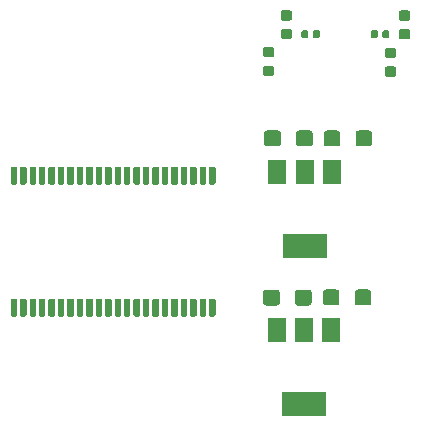
<source format=gbr>
G04 #@! TF.GenerationSoftware,KiCad,Pcbnew,5.0.2-bee76a0~70~ubuntu18.10.1*
G04 #@! TF.CreationDate,2019-03-15T00:59:30+01:00*
G04 #@! TF.ProjectId,Spartan6,53706172-7461-46e3-962e-6b696361645f,rev?*
G04 #@! TF.SameCoordinates,Original*
G04 #@! TF.FileFunction,Paste,Bot*
G04 #@! TF.FilePolarity,Positive*
%FSLAX46Y46*%
G04 Gerber Fmt 4.6, Leading zero omitted, Abs format (unit mm)*
G04 Created by KiCad (PCBNEW 5.0.2-bee76a0~70~ubuntu18.10.1) date vie 15 mar 2019 00:59:30 CET*
%MOMM*%
%LPD*%
G01*
G04 APERTURE LIST*
%ADD10C,0.100000*%
%ADD11C,0.875000*%
%ADD12C,1.350000*%
%ADD13C,0.550000*%
%ADD14R,1.500000X2.000000*%
%ADD15R,3.800000X2.000000*%
%ADD16C,0.590000*%
G04 APERTURE END LIST*
D10*
G04 #@! TO.C,C5*
G36*
X63665891Y-52481853D02*
X63687126Y-52485003D01*
X63707950Y-52490219D01*
X63728162Y-52497451D01*
X63747568Y-52506630D01*
X63765981Y-52517666D01*
X63783224Y-52530454D01*
X63799130Y-52544870D01*
X63813546Y-52560776D01*
X63826334Y-52578019D01*
X63837370Y-52596432D01*
X63846549Y-52615838D01*
X63853781Y-52636050D01*
X63858997Y-52656874D01*
X63862147Y-52678109D01*
X63863200Y-52699550D01*
X63863200Y-53137050D01*
X63862147Y-53158491D01*
X63858997Y-53179726D01*
X63853781Y-53200550D01*
X63846549Y-53220762D01*
X63837370Y-53240168D01*
X63826334Y-53258581D01*
X63813546Y-53275824D01*
X63799130Y-53291730D01*
X63783224Y-53306146D01*
X63765981Y-53318934D01*
X63747568Y-53329970D01*
X63728162Y-53339149D01*
X63707950Y-53346381D01*
X63687126Y-53351597D01*
X63665891Y-53354747D01*
X63644450Y-53355800D01*
X63131950Y-53355800D01*
X63110509Y-53354747D01*
X63089274Y-53351597D01*
X63068450Y-53346381D01*
X63048238Y-53339149D01*
X63028832Y-53329970D01*
X63010419Y-53318934D01*
X62993176Y-53306146D01*
X62977270Y-53291730D01*
X62962854Y-53275824D01*
X62950066Y-53258581D01*
X62939030Y-53240168D01*
X62929851Y-53220762D01*
X62922619Y-53200550D01*
X62917403Y-53179726D01*
X62914253Y-53158491D01*
X62913200Y-53137050D01*
X62913200Y-52699550D01*
X62914253Y-52678109D01*
X62917403Y-52656874D01*
X62922619Y-52636050D01*
X62929851Y-52615838D01*
X62939030Y-52596432D01*
X62950066Y-52578019D01*
X62962854Y-52560776D01*
X62977270Y-52544870D01*
X62993176Y-52530454D01*
X63010419Y-52517666D01*
X63028832Y-52506630D01*
X63048238Y-52497451D01*
X63068450Y-52490219D01*
X63089274Y-52485003D01*
X63110509Y-52481853D01*
X63131950Y-52480800D01*
X63644450Y-52480800D01*
X63665891Y-52481853D01*
X63665891Y-52481853D01*
G37*
D11*
X63388200Y-52918300D03*
D10*
G36*
X63665891Y-54056853D02*
X63687126Y-54060003D01*
X63707950Y-54065219D01*
X63728162Y-54072451D01*
X63747568Y-54081630D01*
X63765981Y-54092666D01*
X63783224Y-54105454D01*
X63799130Y-54119870D01*
X63813546Y-54135776D01*
X63826334Y-54153019D01*
X63837370Y-54171432D01*
X63846549Y-54190838D01*
X63853781Y-54211050D01*
X63858997Y-54231874D01*
X63862147Y-54253109D01*
X63863200Y-54274550D01*
X63863200Y-54712050D01*
X63862147Y-54733491D01*
X63858997Y-54754726D01*
X63853781Y-54775550D01*
X63846549Y-54795762D01*
X63837370Y-54815168D01*
X63826334Y-54833581D01*
X63813546Y-54850824D01*
X63799130Y-54866730D01*
X63783224Y-54881146D01*
X63765981Y-54893934D01*
X63747568Y-54904970D01*
X63728162Y-54914149D01*
X63707950Y-54921381D01*
X63687126Y-54926597D01*
X63665891Y-54929747D01*
X63644450Y-54930800D01*
X63131950Y-54930800D01*
X63110509Y-54929747D01*
X63089274Y-54926597D01*
X63068450Y-54921381D01*
X63048238Y-54914149D01*
X63028832Y-54904970D01*
X63010419Y-54893934D01*
X62993176Y-54881146D01*
X62977270Y-54866730D01*
X62962854Y-54850824D01*
X62950066Y-54833581D01*
X62939030Y-54815168D01*
X62929851Y-54795762D01*
X62922619Y-54775550D01*
X62917403Y-54754726D01*
X62914253Y-54733491D01*
X62913200Y-54712050D01*
X62913200Y-54274550D01*
X62914253Y-54253109D01*
X62917403Y-54231874D01*
X62922619Y-54211050D01*
X62929851Y-54190838D01*
X62939030Y-54171432D01*
X62950066Y-54153019D01*
X62962854Y-54135776D01*
X62977270Y-54119870D01*
X62993176Y-54105454D01*
X63010419Y-54092666D01*
X63028832Y-54081630D01*
X63048238Y-54072451D01*
X63068450Y-54065219D01*
X63089274Y-54060003D01*
X63110509Y-54056853D01*
X63131950Y-54055800D01*
X63644450Y-54055800D01*
X63665891Y-54056853D01*
X63665891Y-54056853D01*
G37*
D11*
X63388200Y-54493300D03*
G04 #@! TD*
D10*
G04 #@! TO.C,C7*
G36*
X75177191Y-49377953D02*
X75198426Y-49381103D01*
X75219250Y-49386319D01*
X75239462Y-49393551D01*
X75258868Y-49402730D01*
X75277281Y-49413766D01*
X75294524Y-49426554D01*
X75310430Y-49440970D01*
X75324846Y-49456876D01*
X75337634Y-49474119D01*
X75348670Y-49492532D01*
X75357849Y-49511938D01*
X75365081Y-49532150D01*
X75370297Y-49552974D01*
X75373447Y-49574209D01*
X75374500Y-49595650D01*
X75374500Y-50033150D01*
X75373447Y-50054591D01*
X75370297Y-50075826D01*
X75365081Y-50096650D01*
X75357849Y-50116862D01*
X75348670Y-50136268D01*
X75337634Y-50154681D01*
X75324846Y-50171924D01*
X75310430Y-50187830D01*
X75294524Y-50202246D01*
X75277281Y-50215034D01*
X75258868Y-50226070D01*
X75239462Y-50235249D01*
X75219250Y-50242481D01*
X75198426Y-50247697D01*
X75177191Y-50250847D01*
X75155750Y-50251900D01*
X74643250Y-50251900D01*
X74621809Y-50250847D01*
X74600574Y-50247697D01*
X74579750Y-50242481D01*
X74559538Y-50235249D01*
X74540132Y-50226070D01*
X74521719Y-50215034D01*
X74504476Y-50202246D01*
X74488570Y-50187830D01*
X74474154Y-50171924D01*
X74461366Y-50154681D01*
X74450330Y-50136268D01*
X74441151Y-50116862D01*
X74433919Y-50096650D01*
X74428703Y-50075826D01*
X74425553Y-50054591D01*
X74424500Y-50033150D01*
X74424500Y-49595650D01*
X74425553Y-49574209D01*
X74428703Y-49552974D01*
X74433919Y-49532150D01*
X74441151Y-49511938D01*
X74450330Y-49492532D01*
X74461366Y-49474119D01*
X74474154Y-49456876D01*
X74488570Y-49440970D01*
X74504476Y-49426554D01*
X74521719Y-49413766D01*
X74540132Y-49402730D01*
X74559538Y-49393551D01*
X74579750Y-49386319D01*
X74600574Y-49381103D01*
X74621809Y-49377953D01*
X74643250Y-49376900D01*
X75155750Y-49376900D01*
X75177191Y-49377953D01*
X75177191Y-49377953D01*
G37*
D11*
X74899500Y-49814400D03*
D10*
G36*
X75177191Y-50952953D02*
X75198426Y-50956103D01*
X75219250Y-50961319D01*
X75239462Y-50968551D01*
X75258868Y-50977730D01*
X75277281Y-50988766D01*
X75294524Y-51001554D01*
X75310430Y-51015970D01*
X75324846Y-51031876D01*
X75337634Y-51049119D01*
X75348670Y-51067532D01*
X75357849Y-51086938D01*
X75365081Y-51107150D01*
X75370297Y-51127974D01*
X75373447Y-51149209D01*
X75374500Y-51170650D01*
X75374500Y-51608150D01*
X75373447Y-51629591D01*
X75370297Y-51650826D01*
X75365081Y-51671650D01*
X75357849Y-51691862D01*
X75348670Y-51711268D01*
X75337634Y-51729681D01*
X75324846Y-51746924D01*
X75310430Y-51762830D01*
X75294524Y-51777246D01*
X75277281Y-51790034D01*
X75258868Y-51801070D01*
X75239462Y-51810249D01*
X75219250Y-51817481D01*
X75198426Y-51822697D01*
X75177191Y-51825847D01*
X75155750Y-51826900D01*
X74643250Y-51826900D01*
X74621809Y-51825847D01*
X74600574Y-51822697D01*
X74579750Y-51817481D01*
X74559538Y-51810249D01*
X74540132Y-51801070D01*
X74521719Y-51790034D01*
X74504476Y-51777246D01*
X74488570Y-51762830D01*
X74474154Y-51746924D01*
X74461366Y-51729681D01*
X74450330Y-51711268D01*
X74441151Y-51691862D01*
X74433919Y-51671650D01*
X74428703Y-51650826D01*
X74425553Y-51629591D01*
X74424500Y-51608150D01*
X74424500Y-51170650D01*
X74425553Y-51149209D01*
X74428703Y-51127974D01*
X74433919Y-51107150D01*
X74441151Y-51086938D01*
X74450330Y-51067532D01*
X74461366Y-51049119D01*
X74474154Y-51031876D01*
X74488570Y-51015970D01*
X74504476Y-51001554D01*
X74521719Y-50988766D01*
X74540132Y-50977730D01*
X74559538Y-50968551D01*
X74579750Y-50961319D01*
X74600574Y-50956103D01*
X74621809Y-50952953D01*
X74643250Y-50951900D01*
X75155750Y-50951900D01*
X75177191Y-50952953D01*
X75177191Y-50952953D01*
G37*
D11*
X74899500Y-51389400D03*
G04 #@! TD*
D10*
G04 #@! TO.C,C8*
G36*
X65179791Y-50942753D02*
X65201026Y-50945903D01*
X65221850Y-50951119D01*
X65242062Y-50958351D01*
X65261468Y-50967530D01*
X65279881Y-50978566D01*
X65297124Y-50991354D01*
X65313030Y-51005770D01*
X65327446Y-51021676D01*
X65340234Y-51038919D01*
X65351270Y-51057332D01*
X65360449Y-51076738D01*
X65367681Y-51096950D01*
X65372897Y-51117774D01*
X65376047Y-51139009D01*
X65377100Y-51160450D01*
X65377100Y-51597950D01*
X65376047Y-51619391D01*
X65372897Y-51640626D01*
X65367681Y-51661450D01*
X65360449Y-51681662D01*
X65351270Y-51701068D01*
X65340234Y-51719481D01*
X65327446Y-51736724D01*
X65313030Y-51752630D01*
X65297124Y-51767046D01*
X65279881Y-51779834D01*
X65261468Y-51790870D01*
X65242062Y-51800049D01*
X65221850Y-51807281D01*
X65201026Y-51812497D01*
X65179791Y-51815647D01*
X65158350Y-51816700D01*
X64645850Y-51816700D01*
X64624409Y-51815647D01*
X64603174Y-51812497D01*
X64582350Y-51807281D01*
X64562138Y-51800049D01*
X64542732Y-51790870D01*
X64524319Y-51779834D01*
X64507076Y-51767046D01*
X64491170Y-51752630D01*
X64476754Y-51736724D01*
X64463966Y-51719481D01*
X64452930Y-51701068D01*
X64443751Y-51681662D01*
X64436519Y-51661450D01*
X64431303Y-51640626D01*
X64428153Y-51619391D01*
X64427100Y-51597950D01*
X64427100Y-51160450D01*
X64428153Y-51139009D01*
X64431303Y-51117774D01*
X64436519Y-51096950D01*
X64443751Y-51076738D01*
X64452930Y-51057332D01*
X64463966Y-51038919D01*
X64476754Y-51021676D01*
X64491170Y-51005770D01*
X64507076Y-50991354D01*
X64524319Y-50978566D01*
X64542732Y-50967530D01*
X64562138Y-50958351D01*
X64582350Y-50951119D01*
X64603174Y-50945903D01*
X64624409Y-50942753D01*
X64645850Y-50941700D01*
X65158350Y-50941700D01*
X65179791Y-50942753D01*
X65179791Y-50942753D01*
G37*
D11*
X64902100Y-51379200D03*
D10*
G36*
X65179791Y-49367753D02*
X65201026Y-49370903D01*
X65221850Y-49376119D01*
X65242062Y-49383351D01*
X65261468Y-49392530D01*
X65279881Y-49403566D01*
X65297124Y-49416354D01*
X65313030Y-49430770D01*
X65327446Y-49446676D01*
X65340234Y-49463919D01*
X65351270Y-49482332D01*
X65360449Y-49501738D01*
X65367681Y-49521950D01*
X65372897Y-49542774D01*
X65376047Y-49564009D01*
X65377100Y-49585450D01*
X65377100Y-50022950D01*
X65376047Y-50044391D01*
X65372897Y-50065626D01*
X65367681Y-50086450D01*
X65360449Y-50106662D01*
X65351270Y-50126068D01*
X65340234Y-50144481D01*
X65327446Y-50161724D01*
X65313030Y-50177630D01*
X65297124Y-50192046D01*
X65279881Y-50204834D01*
X65261468Y-50215870D01*
X65242062Y-50225049D01*
X65221850Y-50232281D01*
X65201026Y-50237497D01*
X65179791Y-50240647D01*
X65158350Y-50241700D01*
X64645850Y-50241700D01*
X64624409Y-50240647D01*
X64603174Y-50237497D01*
X64582350Y-50232281D01*
X64562138Y-50225049D01*
X64542732Y-50215870D01*
X64524319Y-50204834D01*
X64507076Y-50192046D01*
X64491170Y-50177630D01*
X64476754Y-50161724D01*
X64463966Y-50144481D01*
X64452930Y-50126068D01*
X64443751Y-50106662D01*
X64436519Y-50086450D01*
X64431303Y-50065626D01*
X64428153Y-50044391D01*
X64427100Y-50022950D01*
X64427100Y-49585450D01*
X64428153Y-49564009D01*
X64431303Y-49542774D01*
X64436519Y-49521950D01*
X64443751Y-49501738D01*
X64452930Y-49482332D01*
X64463966Y-49463919D01*
X64476754Y-49446676D01*
X64491170Y-49430770D01*
X64507076Y-49416354D01*
X64524319Y-49403566D01*
X64542732Y-49392530D01*
X64562138Y-49383351D01*
X64582350Y-49376119D01*
X64603174Y-49370903D01*
X64624409Y-49367753D01*
X64645850Y-49366700D01*
X65158350Y-49366700D01*
X65179791Y-49367753D01*
X65179791Y-49367753D01*
G37*
D11*
X64902100Y-49804200D03*
G04 #@! TD*
D10*
G04 #@! TO.C,C6*
G36*
X73993591Y-54122853D02*
X74014826Y-54126003D01*
X74035650Y-54131219D01*
X74055862Y-54138451D01*
X74075268Y-54147630D01*
X74093681Y-54158666D01*
X74110924Y-54171454D01*
X74126830Y-54185870D01*
X74141246Y-54201776D01*
X74154034Y-54219019D01*
X74165070Y-54237432D01*
X74174249Y-54256838D01*
X74181481Y-54277050D01*
X74186697Y-54297874D01*
X74189847Y-54319109D01*
X74190900Y-54340550D01*
X74190900Y-54778050D01*
X74189847Y-54799491D01*
X74186697Y-54820726D01*
X74181481Y-54841550D01*
X74174249Y-54861762D01*
X74165070Y-54881168D01*
X74154034Y-54899581D01*
X74141246Y-54916824D01*
X74126830Y-54932730D01*
X74110924Y-54947146D01*
X74093681Y-54959934D01*
X74075268Y-54970970D01*
X74055862Y-54980149D01*
X74035650Y-54987381D01*
X74014826Y-54992597D01*
X73993591Y-54995747D01*
X73972150Y-54996800D01*
X73459650Y-54996800D01*
X73438209Y-54995747D01*
X73416974Y-54992597D01*
X73396150Y-54987381D01*
X73375938Y-54980149D01*
X73356532Y-54970970D01*
X73338119Y-54959934D01*
X73320876Y-54947146D01*
X73304970Y-54932730D01*
X73290554Y-54916824D01*
X73277766Y-54899581D01*
X73266730Y-54881168D01*
X73257551Y-54861762D01*
X73250319Y-54841550D01*
X73245103Y-54820726D01*
X73241953Y-54799491D01*
X73240900Y-54778050D01*
X73240900Y-54340550D01*
X73241953Y-54319109D01*
X73245103Y-54297874D01*
X73250319Y-54277050D01*
X73257551Y-54256838D01*
X73266730Y-54237432D01*
X73277766Y-54219019D01*
X73290554Y-54201776D01*
X73304970Y-54185870D01*
X73320876Y-54171454D01*
X73338119Y-54158666D01*
X73356532Y-54147630D01*
X73375938Y-54138451D01*
X73396150Y-54131219D01*
X73416974Y-54126003D01*
X73438209Y-54122853D01*
X73459650Y-54121800D01*
X73972150Y-54121800D01*
X73993591Y-54122853D01*
X73993591Y-54122853D01*
G37*
D11*
X73715900Y-54559300D03*
D10*
G36*
X73993591Y-52547853D02*
X74014826Y-52551003D01*
X74035650Y-52556219D01*
X74055862Y-52563451D01*
X74075268Y-52572630D01*
X74093681Y-52583666D01*
X74110924Y-52596454D01*
X74126830Y-52610870D01*
X74141246Y-52626776D01*
X74154034Y-52644019D01*
X74165070Y-52662432D01*
X74174249Y-52681838D01*
X74181481Y-52702050D01*
X74186697Y-52722874D01*
X74189847Y-52744109D01*
X74190900Y-52765550D01*
X74190900Y-53203050D01*
X74189847Y-53224491D01*
X74186697Y-53245726D01*
X74181481Y-53266550D01*
X74174249Y-53286762D01*
X74165070Y-53306168D01*
X74154034Y-53324581D01*
X74141246Y-53341824D01*
X74126830Y-53357730D01*
X74110924Y-53372146D01*
X74093681Y-53384934D01*
X74075268Y-53395970D01*
X74055862Y-53405149D01*
X74035650Y-53412381D01*
X74014826Y-53417597D01*
X73993591Y-53420747D01*
X73972150Y-53421800D01*
X73459650Y-53421800D01*
X73438209Y-53420747D01*
X73416974Y-53417597D01*
X73396150Y-53412381D01*
X73375938Y-53405149D01*
X73356532Y-53395970D01*
X73338119Y-53384934D01*
X73320876Y-53372146D01*
X73304970Y-53357730D01*
X73290554Y-53341824D01*
X73277766Y-53324581D01*
X73266730Y-53306168D01*
X73257551Y-53286762D01*
X73250319Y-53266550D01*
X73245103Y-53245726D01*
X73241953Y-53224491D01*
X73240900Y-53203050D01*
X73240900Y-52765550D01*
X73241953Y-52744109D01*
X73245103Y-52722874D01*
X73250319Y-52702050D01*
X73257551Y-52681838D01*
X73266730Y-52662432D01*
X73277766Y-52644019D01*
X73290554Y-52626776D01*
X73304970Y-52610870D01*
X73320876Y-52596454D01*
X73338119Y-52583666D01*
X73356532Y-52572630D01*
X73375938Y-52563451D01*
X73396150Y-52556219D01*
X73416974Y-52551003D01*
X73438209Y-52547853D01*
X73459650Y-52546800D01*
X73972150Y-52546800D01*
X73993591Y-52547853D01*
X73993591Y-52547853D01*
G37*
D11*
X73715900Y-52984300D03*
G04 #@! TD*
D10*
G04 #@! TO.C,C4*
G36*
X64107905Y-73016704D02*
X64132173Y-73020304D01*
X64155972Y-73026265D01*
X64179071Y-73034530D01*
X64201250Y-73045020D01*
X64222293Y-73057632D01*
X64241999Y-73072247D01*
X64260177Y-73088723D01*
X64276653Y-73106901D01*
X64291268Y-73126607D01*
X64303880Y-73147650D01*
X64314370Y-73169829D01*
X64322635Y-73192928D01*
X64328596Y-73216727D01*
X64332196Y-73240995D01*
X64333400Y-73265499D01*
X64333400Y-74115501D01*
X64332196Y-74140005D01*
X64328596Y-74164273D01*
X64322635Y-74188072D01*
X64314370Y-74211171D01*
X64303880Y-74233350D01*
X64291268Y-74254393D01*
X64276653Y-74274099D01*
X64260177Y-74292277D01*
X64241999Y-74308753D01*
X64222293Y-74323368D01*
X64201250Y-74335980D01*
X64179071Y-74346470D01*
X64155972Y-74354735D01*
X64132173Y-74360696D01*
X64107905Y-74364296D01*
X64083401Y-74365500D01*
X63183399Y-74365500D01*
X63158895Y-74364296D01*
X63134627Y-74360696D01*
X63110828Y-74354735D01*
X63087729Y-74346470D01*
X63065550Y-74335980D01*
X63044507Y-74323368D01*
X63024801Y-74308753D01*
X63006623Y-74292277D01*
X62990147Y-74274099D01*
X62975532Y-74254393D01*
X62962920Y-74233350D01*
X62952430Y-74211171D01*
X62944165Y-74188072D01*
X62938204Y-74164273D01*
X62934604Y-74140005D01*
X62933400Y-74115501D01*
X62933400Y-73265499D01*
X62934604Y-73240995D01*
X62938204Y-73216727D01*
X62944165Y-73192928D01*
X62952430Y-73169829D01*
X62962920Y-73147650D01*
X62975532Y-73126607D01*
X62990147Y-73106901D01*
X63006623Y-73088723D01*
X63024801Y-73072247D01*
X63044507Y-73057632D01*
X63065550Y-73045020D01*
X63087729Y-73034530D01*
X63110828Y-73026265D01*
X63134627Y-73020304D01*
X63158895Y-73016704D01*
X63183399Y-73015500D01*
X64083401Y-73015500D01*
X64107905Y-73016704D01*
X64107905Y-73016704D01*
G37*
D12*
X63633400Y-73690500D03*
D10*
G36*
X66807905Y-73016704D02*
X66832173Y-73020304D01*
X66855972Y-73026265D01*
X66879071Y-73034530D01*
X66901250Y-73045020D01*
X66922293Y-73057632D01*
X66941999Y-73072247D01*
X66960177Y-73088723D01*
X66976653Y-73106901D01*
X66991268Y-73126607D01*
X67003880Y-73147650D01*
X67014370Y-73169829D01*
X67022635Y-73192928D01*
X67028596Y-73216727D01*
X67032196Y-73240995D01*
X67033400Y-73265499D01*
X67033400Y-74115501D01*
X67032196Y-74140005D01*
X67028596Y-74164273D01*
X67022635Y-74188072D01*
X67014370Y-74211171D01*
X67003880Y-74233350D01*
X66991268Y-74254393D01*
X66976653Y-74274099D01*
X66960177Y-74292277D01*
X66941999Y-74308753D01*
X66922293Y-74323368D01*
X66901250Y-74335980D01*
X66879071Y-74346470D01*
X66855972Y-74354735D01*
X66832173Y-74360696D01*
X66807905Y-74364296D01*
X66783401Y-74365500D01*
X65883399Y-74365500D01*
X65858895Y-74364296D01*
X65834627Y-74360696D01*
X65810828Y-74354735D01*
X65787729Y-74346470D01*
X65765550Y-74335980D01*
X65744507Y-74323368D01*
X65724801Y-74308753D01*
X65706623Y-74292277D01*
X65690147Y-74274099D01*
X65675532Y-74254393D01*
X65662920Y-74233350D01*
X65652430Y-74211171D01*
X65644165Y-74188072D01*
X65638204Y-74164273D01*
X65634604Y-74140005D01*
X65633400Y-74115501D01*
X65633400Y-73265499D01*
X65634604Y-73240995D01*
X65638204Y-73216727D01*
X65644165Y-73192928D01*
X65652430Y-73169829D01*
X65662920Y-73147650D01*
X65675532Y-73126607D01*
X65690147Y-73106901D01*
X65706623Y-73088723D01*
X65724801Y-73072247D01*
X65744507Y-73057632D01*
X65765550Y-73045020D01*
X65787729Y-73034530D01*
X65810828Y-73026265D01*
X65834627Y-73020304D01*
X65858895Y-73016704D01*
X65883399Y-73015500D01*
X66783401Y-73015500D01*
X66807905Y-73016704D01*
X66807905Y-73016704D01*
G37*
D12*
X66333400Y-73690500D03*
G04 #@! TD*
D10*
G04 #@! TO.C,C3*
G36*
X69166305Y-73006504D02*
X69190573Y-73010104D01*
X69214372Y-73016065D01*
X69237471Y-73024330D01*
X69259650Y-73034820D01*
X69280693Y-73047432D01*
X69300399Y-73062047D01*
X69318577Y-73078523D01*
X69335053Y-73096701D01*
X69349668Y-73116407D01*
X69362280Y-73137450D01*
X69372770Y-73159629D01*
X69381035Y-73182728D01*
X69386996Y-73206527D01*
X69390596Y-73230795D01*
X69391800Y-73255299D01*
X69391800Y-74105301D01*
X69390596Y-74129805D01*
X69386996Y-74154073D01*
X69381035Y-74177872D01*
X69372770Y-74200971D01*
X69362280Y-74223150D01*
X69349668Y-74244193D01*
X69335053Y-74263899D01*
X69318577Y-74282077D01*
X69300399Y-74298553D01*
X69280693Y-74313168D01*
X69259650Y-74325780D01*
X69237471Y-74336270D01*
X69214372Y-74344535D01*
X69190573Y-74350496D01*
X69166305Y-74354096D01*
X69141801Y-74355300D01*
X68241799Y-74355300D01*
X68217295Y-74354096D01*
X68193027Y-74350496D01*
X68169228Y-74344535D01*
X68146129Y-74336270D01*
X68123950Y-74325780D01*
X68102907Y-74313168D01*
X68083201Y-74298553D01*
X68065023Y-74282077D01*
X68048547Y-74263899D01*
X68033932Y-74244193D01*
X68021320Y-74223150D01*
X68010830Y-74200971D01*
X68002565Y-74177872D01*
X67996604Y-74154073D01*
X67993004Y-74129805D01*
X67991800Y-74105301D01*
X67991800Y-73255299D01*
X67993004Y-73230795D01*
X67996604Y-73206527D01*
X68002565Y-73182728D01*
X68010830Y-73159629D01*
X68021320Y-73137450D01*
X68033932Y-73116407D01*
X68048547Y-73096701D01*
X68065023Y-73078523D01*
X68083201Y-73062047D01*
X68102907Y-73047432D01*
X68123950Y-73034820D01*
X68146129Y-73024330D01*
X68169228Y-73016065D01*
X68193027Y-73010104D01*
X68217295Y-73006504D01*
X68241799Y-73005300D01*
X69141801Y-73005300D01*
X69166305Y-73006504D01*
X69166305Y-73006504D01*
G37*
D12*
X68691800Y-73680300D03*
D10*
G36*
X71866305Y-73006504D02*
X71890573Y-73010104D01*
X71914372Y-73016065D01*
X71937471Y-73024330D01*
X71959650Y-73034820D01*
X71980693Y-73047432D01*
X72000399Y-73062047D01*
X72018577Y-73078523D01*
X72035053Y-73096701D01*
X72049668Y-73116407D01*
X72062280Y-73137450D01*
X72072770Y-73159629D01*
X72081035Y-73182728D01*
X72086996Y-73206527D01*
X72090596Y-73230795D01*
X72091800Y-73255299D01*
X72091800Y-74105301D01*
X72090596Y-74129805D01*
X72086996Y-74154073D01*
X72081035Y-74177872D01*
X72072770Y-74200971D01*
X72062280Y-74223150D01*
X72049668Y-74244193D01*
X72035053Y-74263899D01*
X72018577Y-74282077D01*
X72000399Y-74298553D01*
X71980693Y-74313168D01*
X71959650Y-74325780D01*
X71937471Y-74336270D01*
X71914372Y-74344535D01*
X71890573Y-74350496D01*
X71866305Y-74354096D01*
X71841801Y-74355300D01*
X70941799Y-74355300D01*
X70917295Y-74354096D01*
X70893027Y-74350496D01*
X70869228Y-74344535D01*
X70846129Y-74336270D01*
X70823950Y-74325780D01*
X70802907Y-74313168D01*
X70783201Y-74298553D01*
X70765023Y-74282077D01*
X70748547Y-74263899D01*
X70733932Y-74244193D01*
X70721320Y-74223150D01*
X70710830Y-74200971D01*
X70702565Y-74177872D01*
X70696604Y-74154073D01*
X70693004Y-74129805D01*
X70691800Y-74105301D01*
X70691800Y-73255299D01*
X70693004Y-73230795D01*
X70696604Y-73206527D01*
X70702565Y-73182728D01*
X70710830Y-73159629D01*
X70721320Y-73137450D01*
X70733932Y-73116407D01*
X70748547Y-73096701D01*
X70765023Y-73078523D01*
X70783201Y-73062047D01*
X70802907Y-73047432D01*
X70823950Y-73034820D01*
X70846129Y-73024330D01*
X70869228Y-73016065D01*
X70893027Y-73010104D01*
X70917295Y-73006504D01*
X70941799Y-73005300D01*
X71841801Y-73005300D01*
X71866305Y-73006504D01*
X71866305Y-73006504D01*
G37*
D12*
X71391800Y-73680300D03*
G04 #@! TD*
D10*
G04 #@! TO.C,C1*
G36*
X71933605Y-59544504D02*
X71957873Y-59548104D01*
X71981672Y-59554065D01*
X72004771Y-59562330D01*
X72026950Y-59572820D01*
X72047993Y-59585432D01*
X72067699Y-59600047D01*
X72085877Y-59616523D01*
X72102353Y-59634701D01*
X72116968Y-59654407D01*
X72129580Y-59675450D01*
X72140070Y-59697629D01*
X72148335Y-59720728D01*
X72154296Y-59744527D01*
X72157896Y-59768795D01*
X72159100Y-59793299D01*
X72159100Y-60643301D01*
X72157896Y-60667805D01*
X72154296Y-60692073D01*
X72148335Y-60715872D01*
X72140070Y-60738971D01*
X72129580Y-60761150D01*
X72116968Y-60782193D01*
X72102353Y-60801899D01*
X72085877Y-60820077D01*
X72067699Y-60836553D01*
X72047993Y-60851168D01*
X72026950Y-60863780D01*
X72004771Y-60874270D01*
X71981672Y-60882535D01*
X71957873Y-60888496D01*
X71933605Y-60892096D01*
X71909101Y-60893300D01*
X71009099Y-60893300D01*
X70984595Y-60892096D01*
X70960327Y-60888496D01*
X70936528Y-60882535D01*
X70913429Y-60874270D01*
X70891250Y-60863780D01*
X70870207Y-60851168D01*
X70850501Y-60836553D01*
X70832323Y-60820077D01*
X70815847Y-60801899D01*
X70801232Y-60782193D01*
X70788620Y-60761150D01*
X70778130Y-60738971D01*
X70769865Y-60715872D01*
X70763904Y-60692073D01*
X70760304Y-60667805D01*
X70759100Y-60643301D01*
X70759100Y-59793299D01*
X70760304Y-59768795D01*
X70763904Y-59744527D01*
X70769865Y-59720728D01*
X70778130Y-59697629D01*
X70788620Y-59675450D01*
X70801232Y-59654407D01*
X70815847Y-59634701D01*
X70832323Y-59616523D01*
X70850501Y-59600047D01*
X70870207Y-59585432D01*
X70891250Y-59572820D01*
X70913429Y-59562330D01*
X70936528Y-59554065D01*
X70960327Y-59548104D01*
X70984595Y-59544504D01*
X71009099Y-59543300D01*
X71909101Y-59543300D01*
X71933605Y-59544504D01*
X71933605Y-59544504D01*
G37*
D12*
X71459100Y-60218300D03*
D10*
G36*
X69233605Y-59544504D02*
X69257873Y-59548104D01*
X69281672Y-59554065D01*
X69304771Y-59562330D01*
X69326950Y-59572820D01*
X69347993Y-59585432D01*
X69367699Y-59600047D01*
X69385877Y-59616523D01*
X69402353Y-59634701D01*
X69416968Y-59654407D01*
X69429580Y-59675450D01*
X69440070Y-59697629D01*
X69448335Y-59720728D01*
X69454296Y-59744527D01*
X69457896Y-59768795D01*
X69459100Y-59793299D01*
X69459100Y-60643301D01*
X69457896Y-60667805D01*
X69454296Y-60692073D01*
X69448335Y-60715872D01*
X69440070Y-60738971D01*
X69429580Y-60761150D01*
X69416968Y-60782193D01*
X69402353Y-60801899D01*
X69385877Y-60820077D01*
X69367699Y-60836553D01*
X69347993Y-60851168D01*
X69326950Y-60863780D01*
X69304771Y-60874270D01*
X69281672Y-60882535D01*
X69257873Y-60888496D01*
X69233605Y-60892096D01*
X69209101Y-60893300D01*
X68309099Y-60893300D01*
X68284595Y-60892096D01*
X68260327Y-60888496D01*
X68236528Y-60882535D01*
X68213429Y-60874270D01*
X68191250Y-60863780D01*
X68170207Y-60851168D01*
X68150501Y-60836553D01*
X68132323Y-60820077D01*
X68115847Y-60801899D01*
X68101232Y-60782193D01*
X68088620Y-60761150D01*
X68078130Y-60738971D01*
X68069865Y-60715872D01*
X68063904Y-60692073D01*
X68060304Y-60667805D01*
X68059100Y-60643301D01*
X68059100Y-59793299D01*
X68060304Y-59768795D01*
X68063904Y-59744527D01*
X68069865Y-59720728D01*
X68078130Y-59697629D01*
X68088620Y-59675450D01*
X68101232Y-59654407D01*
X68115847Y-59634701D01*
X68132323Y-59616523D01*
X68150501Y-59600047D01*
X68170207Y-59585432D01*
X68191250Y-59572820D01*
X68213429Y-59562330D01*
X68236528Y-59554065D01*
X68260327Y-59548104D01*
X68284595Y-59544504D01*
X68309099Y-59543300D01*
X69209101Y-59543300D01*
X69233605Y-59544504D01*
X69233605Y-59544504D01*
G37*
D12*
X68759100Y-60218300D03*
G04 #@! TD*
D10*
G04 #@! TO.C,C2*
G36*
X66899305Y-59544504D02*
X66923573Y-59548104D01*
X66947372Y-59554065D01*
X66970471Y-59562330D01*
X66992650Y-59572820D01*
X67013693Y-59585432D01*
X67033399Y-59600047D01*
X67051577Y-59616523D01*
X67068053Y-59634701D01*
X67082668Y-59654407D01*
X67095280Y-59675450D01*
X67105770Y-59697629D01*
X67114035Y-59720728D01*
X67119996Y-59744527D01*
X67123596Y-59768795D01*
X67124800Y-59793299D01*
X67124800Y-60643301D01*
X67123596Y-60667805D01*
X67119996Y-60692073D01*
X67114035Y-60715872D01*
X67105770Y-60738971D01*
X67095280Y-60761150D01*
X67082668Y-60782193D01*
X67068053Y-60801899D01*
X67051577Y-60820077D01*
X67033399Y-60836553D01*
X67013693Y-60851168D01*
X66992650Y-60863780D01*
X66970471Y-60874270D01*
X66947372Y-60882535D01*
X66923573Y-60888496D01*
X66899305Y-60892096D01*
X66874801Y-60893300D01*
X65974799Y-60893300D01*
X65950295Y-60892096D01*
X65926027Y-60888496D01*
X65902228Y-60882535D01*
X65879129Y-60874270D01*
X65856950Y-60863780D01*
X65835907Y-60851168D01*
X65816201Y-60836553D01*
X65798023Y-60820077D01*
X65781547Y-60801899D01*
X65766932Y-60782193D01*
X65754320Y-60761150D01*
X65743830Y-60738971D01*
X65735565Y-60715872D01*
X65729604Y-60692073D01*
X65726004Y-60667805D01*
X65724800Y-60643301D01*
X65724800Y-59793299D01*
X65726004Y-59768795D01*
X65729604Y-59744527D01*
X65735565Y-59720728D01*
X65743830Y-59697629D01*
X65754320Y-59675450D01*
X65766932Y-59654407D01*
X65781547Y-59634701D01*
X65798023Y-59616523D01*
X65816201Y-59600047D01*
X65835907Y-59585432D01*
X65856950Y-59572820D01*
X65879129Y-59562330D01*
X65902228Y-59554065D01*
X65926027Y-59548104D01*
X65950295Y-59544504D01*
X65974799Y-59543300D01*
X66874801Y-59543300D01*
X66899305Y-59544504D01*
X66899305Y-59544504D01*
G37*
D12*
X66424800Y-60218300D03*
D10*
G36*
X64199305Y-59544504D02*
X64223573Y-59548104D01*
X64247372Y-59554065D01*
X64270471Y-59562330D01*
X64292650Y-59572820D01*
X64313693Y-59585432D01*
X64333399Y-59600047D01*
X64351577Y-59616523D01*
X64368053Y-59634701D01*
X64382668Y-59654407D01*
X64395280Y-59675450D01*
X64405770Y-59697629D01*
X64414035Y-59720728D01*
X64419996Y-59744527D01*
X64423596Y-59768795D01*
X64424800Y-59793299D01*
X64424800Y-60643301D01*
X64423596Y-60667805D01*
X64419996Y-60692073D01*
X64414035Y-60715872D01*
X64405770Y-60738971D01*
X64395280Y-60761150D01*
X64382668Y-60782193D01*
X64368053Y-60801899D01*
X64351577Y-60820077D01*
X64333399Y-60836553D01*
X64313693Y-60851168D01*
X64292650Y-60863780D01*
X64270471Y-60874270D01*
X64247372Y-60882535D01*
X64223573Y-60888496D01*
X64199305Y-60892096D01*
X64174801Y-60893300D01*
X63274799Y-60893300D01*
X63250295Y-60892096D01*
X63226027Y-60888496D01*
X63202228Y-60882535D01*
X63179129Y-60874270D01*
X63156950Y-60863780D01*
X63135907Y-60851168D01*
X63116201Y-60836553D01*
X63098023Y-60820077D01*
X63081547Y-60801899D01*
X63066932Y-60782193D01*
X63054320Y-60761150D01*
X63043830Y-60738971D01*
X63035565Y-60715872D01*
X63029604Y-60692073D01*
X63026004Y-60667805D01*
X63024800Y-60643301D01*
X63024800Y-59793299D01*
X63026004Y-59768795D01*
X63029604Y-59744527D01*
X63035565Y-59720728D01*
X63043830Y-59697629D01*
X63054320Y-59675450D01*
X63066932Y-59654407D01*
X63081547Y-59634701D01*
X63098023Y-59616523D01*
X63116201Y-59600047D01*
X63135907Y-59585432D01*
X63156950Y-59572820D01*
X63179129Y-59562330D01*
X63202228Y-59554065D01*
X63226027Y-59548104D01*
X63250295Y-59544504D01*
X63274799Y-59543300D01*
X64174801Y-59543300D01*
X64199305Y-59544504D01*
X64199305Y-59544504D01*
G37*
D12*
X63724800Y-60218300D03*
G04 #@! TD*
D10*
G04 #@! TO.C,U5*
G36*
X41976977Y-62596462D02*
X41990325Y-62598442D01*
X42003414Y-62601721D01*
X42016119Y-62606267D01*
X42028317Y-62612036D01*
X42039891Y-62618973D01*
X42050729Y-62627011D01*
X42060727Y-62636073D01*
X42069789Y-62646071D01*
X42077827Y-62656909D01*
X42084764Y-62668483D01*
X42090533Y-62680681D01*
X42095079Y-62693386D01*
X42098358Y-62706475D01*
X42100338Y-62719823D01*
X42101000Y-62733300D01*
X42101000Y-63983300D01*
X42100338Y-63996777D01*
X42098358Y-64010125D01*
X42095079Y-64023214D01*
X42090533Y-64035919D01*
X42084764Y-64048117D01*
X42077827Y-64059691D01*
X42069789Y-64070529D01*
X42060727Y-64080527D01*
X42050729Y-64089589D01*
X42039891Y-64097627D01*
X42028317Y-64104564D01*
X42016119Y-64110333D01*
X42003414Y-64114879D01*
X41990325Y-64118158D01*
X41976977Y-64120138D01*
X41963500Y-64120800D01*
X41688500Y-64120800D01*
X41675023Y-64120138D01*
X41661675Y-64118158D01*
X41648586Y-64114879D01*
X41635881Y-64110333D01*
X41623683Y-64104564D01*
X41612109Y-64097627D01*
X41601271Y-64089589D01*
X41591273Y-64080527D01*
X41582211Y-64070529D01*
X41574173Y-64059691D01*
X41567236Y-64048117D01*
X41561467Y-64035919D01*
X41556921Y-64023214D01*
X41553642Y-64010125D01*
X41551662Y-63996777D01*
X41551000Y-63983300D01*
X41551000Y-62733300D01*
X41551662Y-62719823D01*
X41553642Y-62706475D01*
X41556921Y-62693386D01*
X41561467Y-62680681D01*
X41567236Y-62668483D01*
X41574173Y-62656909D01*
X41582211Y-62646071D01*
X41591273Y-62636073D01*
X41601271Y-62627011D01*
X41612109Y-62618973D01*
X41623683Y-62612036D01*
X41635881Y-62606267D01*
X41648586Y-62601721D01*
X41661675Y-62598442D01*
X41675023Y-62596462D01*
X41688500Y-62595800D01*
X41963500Y-62595800D01*
X41976977Y-62596462D01*
X41976977Y-62596462D01*
G37*
D13*
X41826000Y-63358300D03*
D10*
G36*
X42776977Y-62596462D02*
X42790325Y-62598442D01*
X42803414Y-62601721D01*
X42816119Y-62606267D01*
X42828317Y-62612036D01*
X42839891Y-62618973D01*
X42850729Y-62627011D01*
X42860727Y-62636073D01*
X42869789Y-62646071D01*
X42877827Y-62656909D01*
X42884764Y-62668483D01*
X42890533Y-62680681D01*
X42895079Y-62693386D01*
X42898358Y-62706475D01*
X42900338Y-62719823D01*
X42901000Y-62733300D01*
X42901000Y-63983300D01*
X42900338Y-63996777D01*
X42898358Y-64010125D01*
X42895079Y-64023214D01*
X42890533Y-64035919D01*
X42884764Y-64048117D01*
X42877827Y-64059691D01*
X42869789Y-64070529D01*
X42860727Y-64080527D01*
X42850729Y-64089589D01*
X42839891Y-64097627D01*
X42828317Y-64104564D01*
X42816119Y-64110333D01*
X42803414Y-64114879D01*
X42790325Y-64118158D01*
X42776977Y-64120138D01*
X42763500Y-64120800D01*
X42488500Y-64120800D01*
X42475023Y-64120138D01*
X42461675Y-64118158D01*
X42448586Y-64114879D01*
X42435881Y-64110333D01*
X42423683Y-64104564D01*
X42412109Y-64097627D01*
X42401271Y-64089589D01*
X42391273Y-64080527D01*
X42382211Y-64070529D01*
X42374173Y-64059691D01*
X42367236Y-64048117D01*
X42361467Y-64035919D01*
X42356921Y-64023214D01*
X42353642Y-64010125D01*
X42351662Y-63996777D01*
X42351000Y-63983300D01*
X42351000Y-62733300D01*
X42351662Y-62719823D01*
X42353642Y-62706475D01*
X42356921Y-62693386D01*
X42361467Y-62680681D01*
X42367236Y-62668483D01*
X42374173Y-62656909D01*
X42382211Y-62646071D01*
X42391273Y-62636073D01*
X42401271Y-62627011D01*
X42412109Y-62618973D01*
X42423683Y-62612036D01*
X42435881Y-62606267D01*
X42448586Y-62601721D01*
X42461675Y-62598442D01*
X42475023Y-62596462D01*
X42488500Y-62595800D01*
X42763500Y-62595800D01*
X42776977Y-62596462D01*
X42776977Y-62596462D01*
G37*
D13*
X42626000Y-63358300D03*
D10*
G36*
X43576977Y-62596462D02*
X43590325Y-62598442D01*
X43603414Y-62601721D01*
X43616119Y-62606267D01*
X43628317Y-62612036D01*
X43639891Y-62618973D01*
X43650729Y-62627011D01*
X43660727Y-62636073D01*
X43669789Y-62646071D01*
X43677827Y-62656909D01*
X43684764Y-62668483D01*
X43690533Y-62680681D01*
X43695079Y-62693386D01*
X43698358Y-62706475D01*
X43700338Y-62719823D01*
X43701000Y-62733300D01*
X43701000Y-63983300D01*
X43700338Y-63996777D01*
X43698358Y-64010125D01*
X43695079Y-64023214D01*
X43690533Y-64035919D01*
X43684764Y-64048117D01*
X43677827Y-64059691D01*
X43669789Y-64070529D01*
X43660727Y-64080527D01*
X43650729Y-64089589D01*
X43639891Y-64097627D01*
X43628317Y-64104564D01*
X43616119Y-64110333D01*
X43603414Y-64114879D01*
X43590325Y-64118158D01*
X43576977Y-64120138D01*
X43563500Y-64120800D01*
X43288500Y-64120800D01*
X43275023Y-64120138D01*
X43261675Y-64118158D01*
X43248586Y-64114879D01*
X43235881Y-64110333D01*
X43223683Y-64104564D01*
X43212109Y-64097627D01*
X43201271Y-64089589D01*
X43191273Y-64080527D01*
X43182211Y-64070529D01*
X43174173Y-64059691D01*
X43167236Y-64048117D01*
X43161467Y-64035919D01*
X43156921Y-64023214D01*
X43153642Y-64010125D01*
X43151662Y-63996777D01*
X43151000Y-63983300D01*
X43151000Y-62733300D01*
X43151662Y-62719823D01*
X43153642Y-62706475D01*
X43156921Y-62693386D01*
X43161467Y-62680681D01*
X43167236Y-62668483D01*
X43174173Y-62656909D01*
X43182211Y-62646071D01*
X43191273Y-62636073D01*
X43201271Y-62627011D01*
X43212109Y-62618973D01*
X43223683Y-62612036D01*
X43235881Y-62606267D01*
X43248586Y-62601721D01*
X43261675Y-62598442D01*
X43275023Y-62596462D01*
X43288500Y-62595800D01*
X43563500Y-62595800D01*
X43576977Y-62596462D01*
X43576977Y-62596462D01*
G37*
D13*
X43426000Y-63358300D03*
D10*
G36*
X44376977Y-62596462D02*
X44390325Y-62598442D01*
X44403414Y-62601721D01*
X44416119Y-62606267D01*
X44428317Y-62612036D01*
X44439891Y-62618973D01*
X44450729Y-62627011D01*
X44460727Y-62636073D01*
X44469789Y-62646071D01*
X44477827Y-62656909D01*
X44484764Y-62668483D01*
X44490533Y-62680681D01*
X44495079Y-62693386D01*
X44498358Y-62706475D01*
X44500338Y-62719823D01*
X44501000Y-62733300D01*
X44501000Y-63983300D01*
X44500338Y-63996777D01*
X44498358Y-64010125D01*
X44495079Y-64023214D01*
X44490533Y-64035919D01*
X44484764Y-64048117D01*
X44477827Y-64059691D01*
X44469789Y-64070529D01*
X44460727Y-64080527D01*
X44450729Y-64089589D01*
X44439891Y-64097627D01*
X44428317Y-64104564D01*
X44416119Y-64110333D01*
X44403414Y-64114879D01*
X44390325Y-64118158D01*
X44376977Y-64120138D01*
X44363500Y-64120800D01*
X44088500Y-64120800D01*
X44075023Y-64120138D01*
X44061675Y-64118158D01*
X44048586Y-64114879D01*
X44035881Y-64110333D01*
X44023683Y-64104564D01*
X44012109Y-64097627D01*
X44001271Y-64089589D01*
X43991273Y-64080527D01*
X43982211Y-64070529D01*
X43974173Y-64059691D01*
X43967236Y-64048117D01*
X43961467Y-64035919D01*
X43956921Y-64023214D01*
X43953642Y-64010125D01*
X43951662Y-63996777D01*
X43951000Y-63983300D01*
X43951000Y-62733300D01*
X43951662Y-62719823D01*
X43953642Y-62706475D01*
X43956921Y-62693386D01*
X43961467Y-62680681D01*
X43967236Y-62668483D01*
X43974173Y-62656909D01*
X43982211Y-62646071D01*
X43991273Y-62636073D01*
X44001271Y-62627011D01*
X44012109Y-62618973D01*
X44023683Y-62612036D01*
X44035881Y-62606267D01*
X44048586Y-62601721D01*
X44061675Y-62598442D01*
X44075023Y-62596462D01*
X44088500Y-62595800D01*
X44363500Y-62595800D01*
X44376977Y-62596462D01*
X44376977Y-62596462D01*
G37*
D13*
X44226000Y-63358300D03*
D10*
G36*
X45176977Y-62596462D02*
X45190325Y-62598442D01*
X45203414Y-62601721D01*
X45216119Y-62606267D01*
X45228317Y-62612036D01*
X45239891Y-62618973D01*
X45250729Y-62627011D01*
X45260727Y-62636073D01*
X45269789Y-62646071D01*
X45277827Y-62656909D01*
X45284764Y-62668483D01*
X45290533Y-62680681D01*
X45295079Y-62693386D01*
X45298358Y-62706475D01*
X45300338Y-62719823D01*
X45301000Y-62733300D01*
X45301000Y-63983300D01*
X45300338Y-63996777D01*
X45298358Y-64010125D01*
X45295079Y-64023214D01*
X45290533Y-64035919D01*
X45284764Y-64048117D01*
X45277827Y-64059691D01*
X45269789Y-64070529D01*
X45260727Y-64080527D01*
X45250729Y-64089589D01*
X45239891Y-64097627D01*
X45228317Y-64104564D01*
X45216119Y-64110333D01*
X45203414Y-64114879D01*
X45190325Y-64118158D01*
X45176977Y-64120138D01*
X45163500Y-64120800D01*
X44888500Y-64120800D01*
X44875023Y-64120138D01*
X44861675Y-64118158D01*
X44848586Y-64114879D01*
X44835881Y-64110333D01*
X44823683Y-64104564D01*
X44812109Y-64097627D01*
X44801271Y-64089589D01*
X44791273Y-64080527D01*
X44782211Y-64070529D01*
X44774173Y-64059691D01*
X44767236Y-64048117D01*
X44761467Y-64035919D01*
X44756921Y-64023214D01*
X44753642Y-64010125D01*
X44751662Y-63996777D01*
X44751000Y-63983300D01*
X44751000Y-62733300D01*
X44751662Y-62719823D01*
X44753642Y-62706475D01*
X44756921Y-62693386D01*
X44761467Y-62680681D01*
X44767236Y-62668483D01*
X44774173Y-62656909D01*
X44782211Y-62646071D01*
X44791273Y-62636073D01*
X44801271Y-62627011D01*
X44812109Y-62618973D01*
X44823683Y-62612036D01*
X44835881Y-62606267D01*
X44848586Y-62601721D01*
X44861675Y-62598442D01*
X44875023Y-62596462D01*
X44888500Y-62595800D01*
X45163500Y-62595800D01*
X45176977Y-62596462D01*
X45176977Y-62596462D01*
G37*
D13*
X45026000Y-63358300D03*
D10*
G36*
X45976977Y-62596462D02*
X45990325Y-62598442D01*
X46003414Y-62601721D01*
X46016119Y-62606267D01*
X46028317Y-62612036D01*
X46039891Y-62618973D01*
X46050729Y-62627011D01*
X46060727Y-62636073D01*
X46069789Y-62646071D01*
X46077827Y-62656909D01*
X46084764Y-62668483D01*
X46090533Y-62680681D01*
X46095079Y-62693386D01*
X46098358Y-62706475D01*
X46100338Y-62719823D01*
X46101000Y-62733300D01*
X46101000Y-63983300D01*
X46100338Y-63996777D01*
X46098358Y-64010125D01*
X46095079Y-64023214D01*
X46090533Y-64035919D01*
X46084764Y-64048117D01*
X46077827Y-64059691D01*
X46069789Y-64070529D01*
X46060727Y-64080527D01*
X46050729Y-64089589D01*
X46039891Y-64097627D01*
X46028317Y-64104564D01*
X46016119Y-64110333D01*
X46003414Y-64114879D01*
X45990325Y-64118158D01*
X45976977Y-64120138D01*
X45963500Y-64120800D01*
X45688500Y-64120800D01*
X45675023Y-64120138D01*
X45661675Y-64118158D01*
X45648586Y-64114879D01*
X45635881Y-64110333D01*
X45623683Y-64104564D01*
X45612109Y-64097627D01*
X45601271Y-64089589D01*
X45591273Y-64080527D01*
X45582211Y-64070529D01*
X45574173Y-64059691D01*
X45567236Y-64048117D01*
X45561467Y-64035919D01*
X45556921Y-64023214D01*
X45553642Y-64010125D01*
X45551662Y-63996777D01*
X45551000Y-63983300D01*
X45551000Y-62733300D01*
X45551662Y-62719823D01*
X45553642Y-62706475D01*
X45556921Y-62693386D01*
X45561467Y-62680681D01*
X45567236Y-62668483D01*
X45574173Y-62656909D01*
X45582211Y-62646071D01*
X45591273Y-62636073D01*
X45601271Y-62627011D01*
X45612109Y-62618973D01*
X45623683Y-62612036D01*
X45635881Y-62606267D01*
X45648586Y-62601721D01*
X45661675Y-62598442D01*
X45675023Y-62596462D01*
X45688500Y-62595800D01*
X45963500Y-62595800D01*
X45976977Y-62596462D01*
X45976977Y-62596462D01*
G37*
D13*
X45826000Y-63358300D03*
D10*
G36*
X46776977Y-62596462D02*
X46790325Y-62598442D01*
X46803414Y-62601721D01*
X46816119Y-62606267D01*
X46828317Y-62612036D01*
X46839891Y-62618973D01*
X46850729Y-62627011D01*
X46860727Y-62636073D01*
X46869789Y-62646071D01*
X46877827Y-62656909D01*
X46884764Y-62668483D01*
X46890533Y-62680681D01*
X46895079Y-62693386D01*
X46898358Y-62706475D01*
X46900338Y-62719823D01*
X46901000Y-62733300D01*
X46901000Y-63983300D01*
X46900338Y-63996777D01*
X46898358Y-64010125D01*
X46895079Y-64023214D01*
X46890533Y-64035919D01*
X46884764Y-64048117D01*
X46877827Y-64059691D01*
X46869789Y-64070529D01*
X46860727Y-64080527D01*
X46850729Y-64089589D01*
X46839891Y-64097627D01*
X46828317Y-64104564D01*
X46816119Y-64110333D01*
X46803414Y-64114879D01*
X46790325Y-64118158D01*
X46776977Y-64120138D01*
X46763500Y-64120800D01*
X46488500Y-64120800D01*
X46475023Y-64120138D01*
X46461675Y-64118158D01*
X46448586Y-64114879D01*
X46435881Y-64110333D01*
X46423683Y-64104564D01*
X46412109Y-64097627D01*
X46401271Y-64089589D01*
X46391273Y-64080527D01*
X46382211Y-64070529D01*
X46374173Y-64059691D01*
X46367236Y-64048117D01*
X46361467Y-64035919D01*
X46356921Y-64023214D01*
X46353642Y-64010125D01*
X46351662Y-63996777D01*
X46351000Y-63983300D01*
X46351000Y-62733300D01*
X46351662Y-62719823D01*
X46353642Y-62706475D01*
X46356921Y-62693386D01*
X46361467Y-62680681D01*
X46367236Y-62668483D01*
X46374173Y-62656909D01*
X46382211Y-62646071D01*
X46391273Y-62636073D01*
X46401271Y-62627011D01*
X46412109Y-62618973D01*
X46423683Y-62612036D01*
X46435881Y-62606267D01*
X46448586Y-62601721D01*
X46461675Y-62598442D01*
X46475023Y-62596462D01*
X46488500Y-62595800D01*
X46763500Y-62595800D01*
X46776977Y-62596462D01*
X46776977Y-62596462D01*
G37*
D13*
X46626000Y-63358300D03*
D10*
G36*
X47576977Y-62596462D02*
X47590325Y-62598442D01*
X47603414Y-62601721D01*
X47616119Y-62606267D01*
X47628317Y-62612036D01*
X47639891Y-62618973D01*
X47650729Y-62627011D01*
X47660727Y-62636073D01*
X47669789Y-62646071D01*
X47677827Y-62656909D01*
X47684764Y-62668483D01*
X47690533Y-62680681D01*
X47695079Y-62693386D01*
X47698358Y-62706475D01*
X47700338Y-62719823D01*
X47701000Y-62733300D01*
X47701000Y-63983300D01*
X47700338Y-63996777D01*
X47698358Y-64010125D01*
X47695079Y-64023214D01*
X47690533Y-64035919D01*
X47684764Y-64048117D01*
X47677827Y-64059691D01*
X47669789Y-64070529D01*
X47660727Y-64080527D01*
X47650729Y-64089589D01*
X47639891Y-64097627D01*
X47628317Y-64104564D01*
X47616119Y-64110333D01*
X47603414Y-64114879D01*
X47590325Y-64118158D01*
X47576977Y-64120138D01*
X47563500Y-64120800D01*
X47288500Y-64120800D01*
X47275023Y-64120138D01*
X47261675Y-64118158D01*
X47248586Y-64114879D01*
X47235881Y-64110333D01*
X47223683Y-64104564D01*
X47212109Y-64097627D01*
X47201271Y-64089589D01*
X47191273Y-64080527D01*
X47182211Y-64070529D01*
X47174173Y-64059691D01*
X47167236Y-64048117D01*
X47161467Y-64035919D01*
X47156921Y-64023214D01*
X47153642Y-64010125D01*
X47151662Y-63996777D01*
X47151000Y-63983300D01*
X47151000Y-62733300D01*
X47151662Y-62719823D01*
X47153642Y-62706475D01*
X47156921Y-62693386D01*
X47161467Y-62680681D01*
X47167236Y-62668483D01*
X47174173Y-62656909D01*
X47182211Y-62646071D01*
X47191273Y-62636073D01*
X47201271Y-62627011D01*
X47212109Y-62618973D01*
X47223683Y-62612036D01*
X47235881Y-62606267D01*
X47248586Y-62601721D01*
X47261675Y-62598442D01*
X47275023Y-62596462D01*
X47288500Y-62595800D01*
X47563500Y-62595800D01*
X47576977Y-62596462D01*
X47576977Y-62596462D01*
G37*
D13*
X47426000Y-63358300D03*
D10*
G36*
X48376977Y-62596462D02*
X48390325Y-62598442D01*
X48403414Y-62601721D01*
X48416119Y-62606267D01*
X48428317Y-62612036D01*
X48439891Y-62618973D01*
X48450729Y-62627011D01*
X48460727Y-62636073D01*
X48469789Y-62646071D01*
X48477827Y-62656909D01*
X48484764Y-62668483D01*
X48490533Y-62680681D01*
X48495079Y-62693386D01*
X48498358Y-62706475D01*
X48500338Y-62719823D01*
X48501000Y-62733300D01*
X48501000Y-63983300D01*
X48500338Y-63996777D01*
X48498358Y-64010125D01*
X48495079Y-64023214D01*
X48490533Y-64035919D01*
X48484764Y-64048117D01*
X48477827Y-64059691D01*
X48469789Y-64070529D01*
X48460727Y-64080527D01*
X48450729Y-64089589D01*
X48439891Y-64097627D01*
X48428317Y-64104564D01*
X48416119Y-64110333D01*
X48403414Y-64114879D01*
X48390325Y-64118158D01*
X48376977Y-64120138D01*
X48363500Y-64120800D01*
X48088500Y-64120800D01*
X48075023Y-64120138D01*
X48061675Y-64118158D01*
X48048586Y-64114879D01*
X48035881Y-64110333D01*
X48023683Y-64104564D01*
X48012109Y-64097627D01*
X48001271Y-64089589D01*
X47991273Y-64080527D01*
X47982211Y-64070529D01*
X47974173Y-64059691D01*
X47967236Y-64048117D01*
X47961467Y-64035919D01*
X47956921Y-64023214D01*
X47953642Y-64010125D01*
X47951662Y-63996777D01*
X47951000Y-63983300D01*
X47951000Y-62733300D01*
X47951662Y-62719823D01*
X47953642Y-62706475D01*
X47956921Y-62693386D01*
X47961467Y-62680681D01*
X47967236Y-62668483D01*
X47974173Y-62656909D01*
X47982211Y-62646071D01*
X47991273Y-62636073D01*
X48001271Y-62627011D01*
X48012109Y-62618973D01*
X48023683Y-62612036D01*
X48035881Y-62606267D01*
X48048586Y-62601721D01*
X48061675Y-62598442D01*
X48075023Y-62596462D01*
X48088500Y-62595800D01*
X48363500Y-62595800D01*
X48376977Y-62596462D01*
X48376977Y-62596462D01*
G37*
D13*
X48226000Y-63358300D03*
D10*
G36*
X49176977Y-62596462D02*
X49190325Y-62598442D01*
X49203414Y-62601721D01*
X49216119Y-62606267D01*
X49228317Y-62612036D01*
X49239891Y-62618973D01*
X49250729Y-62627011D01*
X49260727Y-62636073D01*
X49269789Y-62646071D01*
X49277827Y-62656909D01*
X49284764Y-62668483D01*
X49290533Y-62680681D01*
X49295079Y-62693386D01*
X49298358Y-62706475D01*
X49300338Y-62719823D01*
X49301000Y-62733300D01*
X49301000Y-63983300D01*
X49300338Y-63996777D01*
X49298358Y-64010125D01*
X49295079Y-64023214D01*
X49290533Y-64035919D01*
X49284764Y-64048117D01*
X49277827Y-64059691D01*
X49269789Y-64070529D01*
X49260727Y-64080527D01*
X49250729Y-64089589D01*
X49239891Y-64097627D01*
X49228317Y-64104564D01*
X49216119Y-64110333D01*
X49203414Y-64114879D01*
X49190325Y-64118158D01*
X49176977Y-64120138D01*
X49163500Y-64120800D01*
X48888500Y-64120800D01*
X48875023Y-64120138D01*
X48861675Y-64118158D01*
X48848586Y-64114879D01*
X48835881Y-64110333D01*
X48823683Y-64104564D01*
X48812109Y-64097627D01*
X48801271Y-64089589D01*
X48791273Y-64080527D01*
X48782211Y-64070529D01*
X48774173Y-64059691D01*
X48767236Y-64048117D01*
X48761467Y-64035919D01*
X48756921Y-64023214D01*
X48753642Y-64010125D01*
X48751662Y-63996777D01*
X48751000Y-63983300D01*
X48751000Y-62733300D01*
X48751662Y-62719823D01*
X48753642Y-62706475D01*
X48756921Y-62693386D01*
X48761467Y-62680681D01*
X48767236Y-62668483D01*
X48774173Y-62656909D01*
X48782211Y-62646071D01*
X48791273Y-62636073D01*
X48801271Y-62627011D01*
X48812109Y-62618973D01*
X48823683Y-62612036D01*
X48835881Y-62606267D01*
X48848586Y-62601721D01*
X48861675Y-62598442D01*
X48875023Y-62596462D01*
X48888500Y-62595800D01*
X49163500Y-62595800D01*
X49176977Y-62596462D01*
X49176977Y-62596462D01*
G37*
D13*
X49026000Y-63358300D03*
D10*
G36*
X49976977Y-62596462D02*
X49990325Y-62598442D01*
X50003414Y-62601721D01*
X50016119Y-62606267D01*
X50028317Y-62612036D01*
X50039891Y-62618973D01*
X50050729Y-62627011D01*
X50060727Y-62636073D01*
X50069789Y-62646071D01*
X50077827Y-62656909D01*
X50084764Y-62668483D01*
X50090533Y-62680681D01*
X50095079Y-62693386D01*
X50098358Y-62706475D01*
X50100338Y-62719823D01*
X50101000Y-62733300D01*
X50101000Y-63983300D01*
X50100338Y-63996777D01*
X50098358Y-64010125D01*
X50095079Y-64023214D01*
X50090533Y-64035919D01*
X50084764Y-64048117D01*
X50077827Y-64059691D01*
X50069789Y-64070529D01*
X50060727Y-64080527D01*
X50050729Y-64089589D01*
X50039891Y-64097627D01*
X50028317Y-64104564D01*
X50016119Y-64110333D01*
X50003414Y-64114879D01*
X49990325Y-64118158D01*
X49976977Y-64120138D01*
X49963500Y-64120800D01*
X49688500Y-64120800D01*
X49675023Y-64120138D01*
X49661675Y-64118158D01*
X49648586Y-64114879D01*
X49635881Y-64110333D01*
X49623683Y-64104564D01*
X49612109Y-64097627D01*
X49601271Y-64089589D01*
X49591273Y-64080527D01*
X49582211Y-64070529D01*
X49574173Y-64059691D01*
X49567236Y-64048117D01*
X49561467Y-64035919D01*
X49556921Y-64023214D01*
X49553642Y-64010125D01*
X49551662Y-63996777D01*
X49551000Y-63983300D01*
X49551000Y-62733300D01*
X49551662Y-62719823D01*
X49553642Y-62706475D01*
X49556921Y-62693386D01*
X49561467Y-62680681D01*
X49567236Y-62668483D01*
X49574173Y-62656909D01*
X49582211Y-62646071D01*
X49591273Y-62636073D01*
X49601271Y-62627011D01*
X49612109Y-62618973D01*
X49623683Y-62612036D01*
X49635881Y-62606267D01*
X49648586Y-62601721D01*
X49661675Y-62598442D01*
X49675023Y-62596462D01*
X49688500Y-62595800D01*
X49963500Y-62595800D01*
X49976977Y-62596462D01*
X49976977Y-62596462D01*
G37*
D13*
X49826000Y-63358300D03*
D10*
G36*
X50776977Y-62596462D02*
X50790325Y-62598442D01*
X50803414Y-62601721D01*
X50816119Y-62606267D01*
X50828317Y-62612036D01*
X50839891Y-62618973D01*
X50850729Y-62627011D01*
X50860727Y-62636073D01*
X50869789Y-62646071D01*
X50877827Y-62656909D01*
X50884764Y-62668483D01*
X50890533Y-62680681D01*
X50895079Y-62693386D01*
X50898358Y-62706475D01*
X50900338Y-62719823D01*
X50901000Y-62733300D01*
X50901000Y-63983300D01*
X50900338Y-63996777D01*
X50898358Y-64010125D01*
X50895079Y-64023214D01*
X50890533Y-64035919D01*
X50884764Y-64048117D01*
X50877827Y-64059691D01*
X50869789Y-64070529D01*
X50860727Y-64080527D01*
X50850729Y-64089589D01*
X50839891Y-64097627D01*
X50828317Y-64104564D01*
X50816119Y-64110333D01*
X50803414Y-64114879D01*
X50790325Y-64118158D01*
X50776977Y-64120138D01*
X50763500Y-64120800D01*
X50488500Y-64120800D01*
X50475023Y-64120138D01*
X50461675Y-64118158D01*
X50448586Y-64114879D01*
X50435881Y-64110333D01*
X50423683Y-64104564D01*
X50412109Y-64097627D01*
X50401271Y-64089589D01*
X50391273Y-64080527D01*
X50382211Y-64070529D01*
X50374173Y-64059691D01*
X50367236Y-64048117D01*
X50361467Y-64035919D01*
X50356921Y-64023214D01*
X50353642Y-64010125D01*
X50351662Y-63996777D01*
X50351000Y-63983300D01*
X50351000Y-62733300D01*
X50351662Y-62719823D01*
X50353642Y-62706475D01*
X50356921Y-62693386D01*
X50361467Y-62680681D01*
X50367236Y-62668483D01*
X50374173Y-62656909D01*
X50382211Y-62646071D01*
X50391273Y-62636073D01*
X50401271Y-62627011D01*
X50412109Y-62618973D01*
X50423683Y-62612036D01*
X50435881Y-62606267D01*
X50448586Y-62601721D01*
X50461675Y-62598442D01*
X50475023Y-62596462D01*
X50488500Y-62595800D01*
X50763500Y-62595800D01*
X50776977Y-62596462D01*
X50776977Y-62596462D01*
G37*
D13*
X50626000Y-63358300D03*
D10*
G36*
X51576977Y-62596462D02*
X51590325Y-62598442D01*
X51603414Y-62601721D01*
X51616119Y-62606267D01*
X51628317Y-62612036D01*
X51639891Y-62618973D01*
X51650729Y-62627011D01*
X51660727Y-62636073D01*
X51669789Y-62646071D01*
X51677827Y-62656909D01*
X51684764Y-62668483D01*
X51690533Y-62680681D01*
X51695079Y-62693386D01*
X51698358Y-62706475D01*
X51700338Y-62719823D01*
X51701000Y-62733300D01*
X51701000Y-63983300D01*
X51700338Y-63996777D01*
X51698358Y-64010125D01*
X51695079Y-64023214D01*
X51690533Y-64035919D01*
X51684764Y-64048117D01*
X51677827Y-64059691D01*
X51669789Y-64070529D01*
X51660727Y-64080527D01*
X51650729Y-64089589D01*
X51639891Y-64097627D01*
X51628317Y-64104564D01*
X51616119Y-64110333D01*
X51603414Y-64114879D01*
X51590325Y-64118158D01*
X51576977Y-64120138D01*
X51563500Y-64120800D01*
X51288500Y-64120800D01*
X51275023Y-64120138D01*
X51261675Y-64118158D01*
X51248586Y-64114879D01*
X51235881Y-64110333D01*
X51223683Y-64104564D01*
X51212109Y-64097627D01*
X51201271Y-64089589D01*
X51191273Y-64080527D01*
X51182211Y-64070529D01*
X51174173Y-64059691D01*
X51167236Y-64048117D01*
X51161467Y-64035919D01*
X51156921Y-64023214D01*
X51153642Y-64010125D01*
X51151662Y-63996777D01*
X51151000Y-63983300D01*
X51151000Y-62733300D01*
X51151662Y-62719823D01*
X51153642Y-62706475D01*
X51156921Y-62693386D01*
X51161467Y-62680681D01*
X51167236Y-62668483D01*
X51174173Y-62656909D01*
X51182211Y-62646071D01*
X51191273Y-62636073D01*
X51201271Y-62627011D01*
X51212109Y-62618973D01*
X51223683Y-62612036D01*
X51235881Y-62606267D01*
X51248586Y-62601721D01*
X51261675Y-62598442D01*
X51275023Y-62596462D01*
X51288500Y-62595800D01*
X51563500Y-62595800D01*
X51576977Y-62596462D01*
X51576977Y-62596462D01*
G37*
D13*
X51426000Y-63358300D03*
D10*
G36*
X52376977Y-62596462D02*
X52390325Y-62598442D01*
X52403414Y-62601721D01*
X52416119Y-62606267D01*
X52428317Y-62612036D01*
X52439891Y-62618973D01*
X52450729Y-62627011D01*
X52460727Y-62636073D01*
X52469789Y-62646071D01*
X52477827Y-62656909D01*
X52484764Y-62668483D01*
X52490533Y-62680681D01*
X52495079Y-62693386D01*
X52498358Y-62706475D01*
X52500338Y-62719823D01*
X52501000Y-62733300D01*
X52501000Y-63983300D01*
X52500338Y-63996777D01*
X52498358Y-64010125D01*
X52495079Y-64023214D01*
X52490533Y-64035919D01*
X52484764Y-64048117D01*
X52477827Y-64059691D01*
X52469789Y-64070529D01*
X52460727Y-64080527D01*
X52450729Y-64089589D01*
X52439891Y-64097627D01*
X52428317Y-64104564D01*
X52416119Y-64110333D01*
X52403414Y-64114879D01*
X52390325Y-64118158D01*
X52376977Y-64120138D01*
X52363500Y-64120800D01*
X52088500Y-64120800D01*
X52075023Y-64120138D01*
X52061675Y-64118158D01*
X52048586Y-64114879D01*
X52035881Y-64110333D01*
X52023683Y-64104564D01*
X52012109Y-64097627D01*
X52001271Y-64089589D01*
X51991273Y-64080527D01*
X51982211Y-64070529D01*
X51974173Y-64059691D01*
X51967236Y-64048117D01*
X51961467Y-64035919D01*
X51956921Y-64023214D01*
X51953642Y-64010125D01*
X51951662Y-63996777D01*
X51951000Y-63983300D01*
X51951000Y-62733300D01*
X51951662Y-62719823D01*
X51953642Y-62706475D01*
X51956921Y-62693386D01*
X51961467Y-62680681D01*
X51967236Y-62668483D01*
X51974173Y-62656909D01*
X51982211Y-62646071D01*
X51991273Y-62636073D01*
X52001271Y-62627011D01*
X52012109Y-62618973D01*
X52023683Y-62612036D01*
X52035881Y-62606267D01*
X52048586Y-62601721D01*
X52061675Y-62598442D01*
X52075023Y-62596462D01*
X52088500Y-62595800D01*
X52363500Y-62595800D01*
X52376977Y-62596462D01*
X52376977Y-62596462D01*
G37*
D13*
X52226000Y-63358300D03*
D10*
G36*
X53176977Y-62596462D02*
X53190325Y-62598442D01*
X53203414Y-62601721D01*
X53216119Y-62606267D01*
X53228317Y-62612036D01*
X53239891Y-62618973D01*
X53250729Y-62627011D01*
X53260727Y-62636073D01*
X53269789Y-62646071D01*
X53277827Y-62656909D01*
X53284764Y-62668483D01*
X53290533Y-62680681D01*
X53295079Y-62693386D01*
X53298358Y-62706475D01*
X53300338Y-62719823D01*
X53301000Y-62733300D01*
X53301000Y-63983300D01*
X53300338Y-63996777D01*
X53298358Y-64010125D01*
X53295079Y-64023214D01*
X53290533Y-64035919D01*
X53284764Y-64048117D01*
X53277827Y-64059691D01*
X53269789Y-64070529D01*
X53260727Y-64080527D01*
X53250729Y-64089589D01*
X53239891Y-64097627D01*
X53228317Y-64104564D01*
X53216119Y-64110333D01*
X53203414Y-64114879D01*
X53190325Y-64118158D01*
X53176977Y-64120138D01*
X53163500Y-64120800D01*
X52888500Y-64120800D01*
X52875023Y-64120138D01*
X52861675Y-64118158D01*
X52848586Y-64114879D01*
X52835881Y-64110333D01*
X52823683Y-64104564D01*
X52812109Y-64097627D01*
X52801271Y-64089589D01*
X52791273Y-64080527D01*
X52782211Y-64070529D01*
X52774173Y-64059691D01*
X52767236Y-64048117D01*
X52761467Y-64035919D01*
X52756921Y-64023214D01*
X52753642Y-64010125D01*
X52751662Y-63996777D01*
X52751000Y-63983300D01*
X52751000Y-62733300D01*
X52751662Y-62719823D01*
X52753642Y-62706475D01*
X52756921Y-62693386D01*
X52761467Y-62680681D01*
X52767236Y-62668483D01*
X52774173Y-62656909D01*
X52782211Y-62646071D01*
X52791273Y-62636073D01*
X52801271Y-62627011D01*
X52812109Y-62618973D01*
X52823683Y-62612036D01*
X52835881Y-62606267D01*
X52848586Y-62601721D01*
X52861675Y-62598442D01*
X52875023Y-62596462D01*
X52888500Y-62595800D01*
X53163500Y-62595800D01*
X53176977Y-62596462D01*
X53176977Y-62596462D01*
G37*
D13*
X53026000Y-63358300D03*
D10*
G36*
X53976977Y-62596462D02*
X53990325Y-62598442D01*
X54003414Y-62601721D01*
X54016119Y-62606267D01*
X54028317Y-62612036D01*
X54039891Y-62618973D01*
X54050729Y-62627011D01*
X54060727Y-62636073D01*
X54069789Y-62646071D01*
X54077827Y-62656909D01*
X54084764Y-62668483D01*
X54090533Y-62680681D01*
X54095079Y-62693386D01*
X54098358Y-62706475D01*
X54100338Y-62719823D01*
X54101000Y-62733300D01*
X54101000Y-63983300D01*
X54100338Y-63996777D01*
X54098358Y-64010125D01*
X54095079Y-64023214D01*
X54090533Y-64035919D01*
X54084764Y-64048117D01*
X54077827Y-64059691D01*
X54069789Y-64070529D01*
X54060727Y-64080527D01*
X54050729Y-64089589D01*
X54039891Y-64097627D01*
X54028317Y-64104564D01*
X54016119Y-64110333D01*
X54003414Y-64114879D01*
X53990325Y-64118158D01*
X53976977Y-64120138D01*
X53963500Y-64120800D01*
X53688500Y-64120800D01*
X53675023Y-64120138D01*
X53661675Y-64118158D01*
X53648586Y-64114879D01*
X53635881Y-64110333D01*
X53623683Y-64104564D01*
X53612109Y-64097627D01*
X53601271Y-64089589D01*
X53591273Y-64080527D01*
X53582211Y-64070529D01*
X53574173Y-64059691D01*
X53567236Y-64048117D01*
X53561467Y-64035919D01*
X53556921Y-64023214D01*
X53553642Y-64010125D01*
X53551662Y-63996777D01*
X53551000Y-63983300D01*
X53551000Y-62733300D01*
X53551662Y-62719823D01*
X53553642Y-62706475D01*
X53556921Y-62693386D01*
X53561467Y-62680681D01*
X53567236Y-62668483D01*
X53574173Y-62656909D01*
X53582211Y-62646071D01*
X53591273Y-62636073D01*
X53601271Y-62627011D01*
X53612109Y-62618973D01*
X53623683Y-62612036D01*
X53635881Y-62606267D01*
X53648586Y-62601721D01*
X53661675Y-62598442D01*
X53675023Y-62596462D01*
X53688500Y-62595800D01*
X53963500Y-62595800D01*
X53976977Y-62596462D01*
X53976977Y-62596462D01*
G37*
D13*
X53826000Y-63358300D03*
D10*
G36*
X54776977Y-62596462D02*
X54790325Y-62598442D01*
X54803414Y-62601721D01*
X54816119Y-62606267D01*
X54828317Y-62612036D01*
X54839891Y-62618973D01*
X54850729Y-62627011D01*
X54860727Y-62636073D01*
X54869789Y-62646071D01*
X54877827Y-62656909D01*
X54884764Y-62668483D01*
X54890533Y-62680681D01*
X54895079Y-62693386D01*
X54898358Y-62706475D01*
X54900338Y-62719823D01*
X54901000Y-62733300D01*
X54901000Y-63983300D01*
X54900338Y-63996777D01*
X54898358Y-64010125D01*
X54895079Y-64023214D01*
X54890533Y-64035919D01*
X54884764Y-64048117D01*
X54877827Y-64059691D01*
X54869789Y-64070529D01*
X54860727Y-64080527D01*
X54850729Y-64089589D01*
X54839891Y-64097627D01*
X54828317Y-64104564D01*
X54816119Y-64110333D01*
X54803414Y-64114879D01*
X54790325Y-64118158D01*
X54776977Y-64120138D01*
X54763500Y-64120800D01*
X54488500Y-64120800D01*
X54475023Y-64120138D01*
X54461675Y-64118158D01*
X54448586Y-64114879D01*
X54435881Y-64110333D01*
X54423683Y-64104564D01*
X54412109Y-64097627D01*
X54401271Y-64089589D01*
X54391273Y-64080527D01*
X54382211Y-64070529D01*
X54374173Y-64059691D01*
X54367236Y-64048117D01*
X54361467Y-64035919D01*
X54356921Y-64023214D01*
X54353642Y-64010125D01*
X54351662Y-63996777D01*
X54351000Y-63983300D01*
X54351000Y-62733300D01*
X54351662Y-62719823D01*
X54353642Y-62706475D01*
X54356921Y-62693386D01*
X54361467Y-62680681D01*
X54367236Y-62668483D01*
X54374173Y-62656909D01*
X54382211Y-62646071D01*
X54391273Y-62636073D01*
X54401271Y-62627011D01*
X54412109Y-62618973D01*
X54423683Y-62612036D01*
X54435881Y-62606267D01*
X54448586Y-62601721D01*
X54461675Y-62598442D01*
X54475023Y-62596462D01*
X54488500Y-62595800D01*
X54763500Y-62595800D01*
X54776977Y-62596462D01*
X54776977Y-62596462D01*
G37*
D13*
X54626000Y-63358300D03*
D10*
G36*
X55576977Y-62596462D02*
X55590325Y-62598442D01*
X55603414Y-62601721D01*
X55616119Y-62606267D01*
X55628317Y-62612036D01*
X55639891Y-62618973D01*
X55650729Y-62627011D01*
X55660727Y-62636073D01*
X55669789Y-62646071D01*
X55677827Y-62656909D01*
X55684764Y-62668483D01*
X55690533Y-62680681D01*
X55695079Y-62693386D01*
X55698358Y-62706475D01*
X55700338Y-62719823D01*
X55701000Y-62733300D01*
X55701000Y-63983300D01*
X55700338Y-63996777D01*
X55698358Y-64010125D01*
X55695079Y-64023214D01*
X55690533Y-64035919D01*
X55684764Y-64048117D01*
X55677827Y-64059691D01*
X55669789Y-64070529D01*
X55660727Y-64080527D01*
X55650729Y-64089589D01*
X55639891Y-64097627D01*
X55628317Y-64104564D01*
X55616119Y-64110333D01*
X55603414Y-64114879D01*
X55590325Y-64118158D01*
X55576977Y-64120138D01*
X55563500Y-64120800D01*
X55288500Y-64120800D01*
X55275023Y-64120138D01*
X55261675Y-64118158D01*
X55248586Y-64114879D01*
X55235881Y-64110333D01*
X55223683Y-64104564D01*
X55212109Y-64097627D01*
X55201271Y-64089589D01*
X55191273Y-64080527D01*
X55182211Y-64070529D01*
X55174173Y-64059691D01*
X55167236Y-64048117D01*
X55161467Y-64035919D01*
X55156921Y-64023214D01*
X55153642Y-64010125D01*
X55151662Y-63996777D01*
X55151000Y-63983300D01*
X55151000Y-62733300D01*
X55151662Y-62719823D01*
X55153642Y-62706475D01*
X55156921Y-62693386D01*
X55161467Y-62680681D01*
X55167236Y-62668483D01*
X55174173Y-62656909D01*
X55182211Y-62646071D01*
X55191273Y-62636073D01*
X55201271Y-62627011D01*
X55212109Y-62618973D01*
X55223683Y-62612036D01*
X55235881Y-62606267D01*
X55248586Y-62601721D01*
X55261675Y-62598442D01*
X55275023Y-62596462D01*
X55288500Y-62595800D01*
X55563500Y-62595800D01*
X55576977Y-62596462D01*
X55576977Y-62596462D01*
G37*
D13*
X55426000Y-63358300D03*
D10*
G36*
X56376977Y-62596462D02*
X56390325Y-62598442D01*
X56403414Y-62601721D01*
X56416119Y-62606267D01*
X56428317Y-62612036D01*
X56439891Y-62618973D01*
X56450729Y-62627011D01*
X56460727Y-62636073D01*
X56469789Y-62646071D01*
X56477827Y-62656909D01*
X56484764Y-62668483D01*
X56490533Y-62680681D01*
X56495079Y-62693386D01*
X56498358Y-62706475D01*
X56500338Y-62719823D01*
X56501000Y-62733300D01*
X56501000Y-63983300D01*
X56500338Y-63996777D01*
X56498358Y-64010125D01*
X56495079Y-64023214D01*
X56490533Y-64035919D01*
X56484764Y-64048117D01*
X56477827Y-64059691D01*
X56469789Y-64070529D01*
X56460727Y-64080527D01*
X56450729Y-64089589D01*
X56439891Y-64097627D01*
X56428317Y-64104564D01*
X56416119Y-64110333D01*
X56403414Y-64114879D01*
X56390325Y-64118158D01*
X56376977Y-64120138D01*
X56363500Y-64120800D01*
X56088500Y-64120800D01*
X56075023Y-64120138D01*
X56061675Y-64118158D01*
X56048586Y-64114879D01*
X56035881Y-64110333D01*
X56023683Y-64104564D01*
X56012109Y-64097627D01*
X56001271Y-64089589D01*
X55991273Y-64080527D01*
X55982211Y-64070529D01*
X55974173Y-64059691D01*
X55967236Y-64048117D01*
X55961467Y-64035919D01*
X55956921Y-64023214D01*
X55953642Y-64010125D01*
X55951662Y-63996777D01*
X55951000Y-63983300D01*
X55951000Y-62733300D01*
X55951662Y-62719823D01*
X55953642Y-62706475D01*
X55956921Y-62693386D01*
X55961467Y-62680681D01*
X55967236Y-62668483D01*
X55974173Y-62656909D01*
X55982211Y-62646071D01*
X55991273Y-62636073D01*
X56001271Y-62627011D01*
X56012109Y-62618973D01*
X56023683Y-62612036D01*
X56035881Y-62606267D01*
X56048586Y-62601721D01*
X56061675Y-62598442D01*
X56075023Y-62596462D01*
X56088500Y-62595800D01*
X56363500Y-62595800D01*
X56376977Y-62596462D01*
X56376977Y-62596462D01*
G37*
D13*
X56226000Y-63358300D03*
D10*
G36*
X57176977Y-62596462D02*
X57190325Y-62598442D01*
X57203414Y-62601721D01*
X57216119Y-62606267D01*
X57228317Y-62612036D01*
X57239891Y-62618973D01*
X57250729Y-62627011D01*
X57260727Y-62636073D01*
X57269789Y-62646071D01*
X57277827Y-62656909D01*
X57284764Y-62668483D01*
X57290533Y-62680681D01*
X57295079Y-62693386D01*
X57298358Y-62706475D01*
X57300338Y-62719823D01*
X57301000Y-62733300D01*
X57301000Y-63983300D01*
X57300338Y-63996777D01*
X57298358Y-64010125D01*
X57295079Y-64023214D01*
X57290533Y-64035919D01*
X57284764Y-64048117D01*
X57277827Y-64059691D01*
X57269789Y-64070529D01*
X57260727Y-64080527D01*
X57250729Y-64089589D01*
X57239891Y-64097627D01*
X57228317Y-64104564D01*
X57216119Y-64110333D01*
X57203414Y-64114879D01*
X57190325Y-64118158D01*
X57176977Y-64120138D01*
X57163500Y-64120800D01*
X56888500Y-64120800D01*
X56875023Y-64120138D01*
X56861675Y-64118158D01*
X56848586Y-64114879D01*
X56835881Y-64110333D01*
X56823683Y-64104564D01*
X56812109Y-64097627D01*
X56801271Y-64089589D01*
X56791273Y-64080527D01*
X56782211Y-64070529D01*
X56774173Y-64059691D01*
X56767236Y-64048117D01*
X56761467Y-64035919D01*
X56756921Y-64023214D01*
X56753642Y-64010125D01*
X56751662Y-63996777D01*
X56751000Y-63983300D01*
X56751000Y-62733300D01*
X56751662Y-62719823D01*
X56753642Y-62706475D01*
X56756921Y-62693386D01*
X56761467Y-62680681D01*
X56767236Y-62668483D01*
X56774173Y-62656909D01*
X56782211Y-62646071D01*
X56791273Y-62636073D01*
X56801271Y-62627011D01*
X56812109Y-62618973D01*
X56823683Y-62612036D01*
X56835881Y-62606267D01*
X56848586Y-62601721D01*
X56861675Y-62598442D01*
X56875023Y-62596462D01*
X56888500Y-62595800D01*
X57163500Y-62595800D01*
X57176977Y-62596462D01*
X57176977Y-62596462D01*
G37*
D13*
X57026000Y-63358300D03*
D10*
G36*
X57976977Y-62596462D02*
X57990325Y-62598442D01*
X58003414Y-62601721D01*
X58016119Y-62606267D01*
X58028317Y-62612036D01*
X58039891Y-62618973D01*
X58050729Y-62627011D01*
X58060727Y-62636073D01*
X58069789Y-62646071D01*
X58077827Y-62656909D01*
X58084764Y-62668483D01*
X58090533Y-62680681D01*
X58095079Y-62693386D01*
X58098358Y-62706475D01*
X58100338Y-62719823D01*
X58101000Y-62733300D01*
X58101000Y-63983300D01*
X58100338Y-63996777D01*
X58098358Y-64010125D01*
X58095079Y-64023214D01*
X58090533Y-64035919D01*
X58084764Y-64048117D01*
X58077827Y-64059691D01*
X58069789Y-64070529D01*
X58060727Y-64080527D01*
X58050729Y-64089589D01*
X58039891Y-64097627D01*
X58028317Y-64104564D01*
X58016119Y-64110333D01*
X58003414Y-64114879D01*
X57990325Y-64118158D01*
X57976977Y-64120138D01*
X57963500Y-64120800D01*
X57688500Y-64120800D01*
X57675023Y-64120138D01*
X57661675Y-64118158D01*
X57648586Y-64114879D01*
X57635881Y-64110333D01*
X57623683Y-64104564D01*
X57612109Y-64097627D01*
X57601271Y-64089589D01*
X57591273Y-64080527D01*
X57582211Y-64070529D01*
X57574173Y-64059691D01*
X57567236Y-64048117D01*
X57561467Y-64035919D01*
X57556921Y-64023214D01*
X57553642Y-64010125D01*
X57551662Y-63996777D01*
X57551000Y-63983300D01*
X57551000Y-62733300D01*
X57551662Y-62719823D01*
X57553642Y-62706475D01*
X57556921Y-62693386D01*
X57561467Y-62680681D01*
X57567236Y-62668483D01*
X57574173Y-62656909D01*
X57582211Y-62646071D01*
X57591273Y-62636073D01*
X57601271Y-62627011D01*
X57612109Y-62618973D01*
X57623683Y-62612036D01*
X57635881Y-62606267D01*
X57648586Y-62601721D01*
X57661675Y-62598442D01*
X57675023Y-62596462D01*
X57688500Y-62595800D01*
X57963500Y-62595800D01*
X57976977Y-62596462D01*
X57976977Y-62596462D01*
G37*
D13*
X57826000Y-63358300D03*
D10*
G36*
X58776977Y-62596462D02*
X58790325Y-62598442D01*
X58803414Y-62601721D01*
X58816119Y-62606267D01*
X58828317Y-62612036D01*
X58839891Y-62618973D01*
X58850729Y-62627011D01*
X58860727Y-62636073D01*
X58869789Y-62646071D01*
X58877827Y-62656909D01*
X58884764Y-62668483D01*
X58890533Y-62680681D01*
X58895079Y-62693386D01*
X58898358Y-62706475D01*
X58900338Y-62719823D01*
X58901000Y-62733300D01*
X58901000Y-63983300D01*
X58900338Y-63996777D01*
X58898358Y-64010125D01*
X58895079Y-64023214D01*
X58890533Y-64035919D01*
X58884764Y-64048117D01*
X58877827Y-64059691D01*
X58869789Y-64070529D01*
X58860727Y-64080527D01*
X58850729Y-64089589D01*
X58839891Y-64097627D01*
X58828317Y-64104564D01*
X58816119Y-64110333D01*
X58803414Y-64114879D01*
X58790325Y-64118158D01*
X58776977Y-64120138D01*
X58763500Y-64120800D01*
X58488500Y-64120800D01*
X58475023Y-64120138D01*
X58461675Y-64118158D01*
X58448586Y-64114879D01*
X58435881Y-64110333D01*
X58423683Y-64104564D01*
X58412109Y-64097627D01*
X58401271Y-64089589D01*
X58391273Y-64080527D01*
X58382211Y-64070529D01*
X58374173Y-64059691D01*
X58367236Y-64048117D01*
X58361467Y-64035919D01*
X58356921Y-64023214D01*
X58353642Y-64010125D01*
X58351662Y-63996777D01*
X58351000Y-63983300D01*
X58351000Y-62733300D01*
X58351662Y-62719823D01*
X58353642Y-62706475D01*
X58356921Y-62693386D01*
X58361467Y-62680681D01*
X58367236Y-62668483D01*
X58374173Y-62656909D01*
X58382211Y-62646071D01*
X58391273Y-62636073D01*
X58401271Y-62627011D01*
X58412109Y-62618973D01*
X58423683Y-62612036D01*
X58435881Y-62606267D01*
X58448586Y-62601721D01*
X58461675Y-62598442D01*
X58475023Y-62596462D01*
X58488500Y-62595800D01*
X58763500Y-62595800D01*
X58776977Y-62596462D01*
X58776977Y-62596462D01*
G37*
D13*
X58626000Y-63358300D03*
D10*
G36*
X58776977Y-73771462D02*
X58790325Y-73773442D01*
X58803414Y-73776721D01*
X58816119Y-73781267D01*
X58828317Y-73787036D01*
X58839891Y-73793973D01*
X58850729Y-73802011D01*
X58860727Y-73811073D01*
X58869789Y-73821071D01*
X58877827Y-73831909D01*
X58884764Y-73843483D01*
X58890533Y-73855681D01*
X58895079Y-73868386D01*
X58898358Y-73881475D01*
X58900338Y-73894823D01*
X58901000Y-73908300D01*
X58901000Y-75158300D01*
X58900338Y-75171777D01*
X58898358Y-75185125D01*
X58895079Y-75198214D01*
X58890533Y-75210919D01*
X58884764Y-75223117D01*
X58877827Y-75234691D01*
X58869789Y-75245529D01*
X58860727Y-75255527D01*
X58850729Y-75264589D01*
X58839891Y-75272627D01*
X58828317Y-75279564D01*
X58816119Y-75285333D01*
X58803414Y-75289879D01*
X58790325Y-75293158D01*
X58776977Y-75295138D01*
X58763500Y-75295800D01*
X58488500Y-75295800D01*
X58475023Y-75295138D01*
X58461675Y-75293158D01*
X58448586Y-75289879D01*
X58435881Y-75285333D01*
X58423683Y-75279564D01*
X58412109Y-75272627D01*
X58401271Y-75264589D01*
X58391273Y-75255527D01*
X58382211Y-75245529D01*
X58374173Y-75234691D01*
X58367236Y-75223117D01*
X58361467Y-75210919D01*
X58356921Y-75198214D01*
X58353642Y-75185125D01*
X58351662Y-75171777D01*
X58351000Y-75158300D01*
X58351000Y-73908300D01*
X58351662Y-73894823D01*
X58353642Y-73881475D01*
X58356921Y-73868386D01*
X58361467Y-73855681D01*
X58367236Y-73843483D01*
X58374173Y-73831909D01*
X58382211Y-73821071D01*
X58391273Y-73811073D01*
X58401271Y-73802011D01*
X58412109Y-73793973D01*
X58423683Y-73787036D01*
X58435881Y-73781267D01*
X58448586Y-73776721D01*
X58461675Y-73773442D01*
X58475023Y-73771462D01*
X58488500Y-73770800D01*
X58763500Y-73770800D01*
X58776977Y-73771462D01*
X58776977Y-73771462D01*
G37*
D13*
X58626000Y-74533300D03*
D10*
G36*
X57976977Y-73771462D02*
X57990325Y-73773442D01*
X58003414Y-73776721D01*
X58016119Y-73781267D01*
X58028317Y-73787036D01*
X58039891Y-73793973D01*
X58050729Y-73802011D01*
X58060727Y-73811073D01*
X58069789Y-73821071D01*
X58077827Y-73831909D01*
X58084764Y-73843483D01*
X58090533Y-73855681D01*
X58095079Y-73868386D01*
X58098358Y-73881475D01*
X58100338Y-73894823D01*
X58101000Y-73908300D01*
X58101000Y-75158300D01*
X58100338Y-75171777D01*
X58098358Y-75185125D01*
X58095079Y-75198214D01*
X58090533Y-75210919D01*
X58084764Y-75223117D01*
X58077827Y-75234691D01*
X58069789Y-75245529D01*
X58060727Y-75255527D01*
X58050729Y-75264589D01*
X58039891Y-75272627D01*
X58028317Y-75279564D01*
X58016119Y-75285333D01*
X58003414Y-75289879D01*
X57990325Y-75293158D01*
X57976977Y-75295138D01*
X57963500Y-75295800D01*
X57688500Y-75295800D01*
X57675023Y-75295138D01*
X57661675Y-75293158D01*
X57648586Y-75289879D01*
X57635881Y-75285333D01*
X57623683Y-75279564D01*
X57612109Y-75272627D01*
X57601271Y-75264589D01*
X57591273Y-75255527D01*
X57582211Y-75245529D01*
X57574173Y-75234691D01*
X57567236Y-75223117D01*
X57561467Y-75210919D01*
X57556921Y-75198214D01*
X57553642Y-75185125D01*
X57551662Y-75171777D01*
X57551000Y-75158300D01*
X57551000Y-73908300D01*
X57551662Y-73894823D01*
X57553642Y-73881475D01*
X57556921Y-73868386D01*
X57561467Y-73855681D01*
X57567236Y-73843483D01*
X57574173Y-73831909D01*
X57582211Y-73821071D01*
X57591273Y-73811073D01*
X57601271Y-73802011D01*
X57612109Y-73793973D01*
X57623683Y-73787036D01*
X57635881Y-73781267D01*
X57648586Y-73776721D01*
X57661675Y-73773442D01*
X57675023Y-73771462D01*
X57688500Y-73770800D01*
X57963500Y-73770800D01*
X57976977Y-73771462D01*
X57976977Y-73771462D01*
G37*
D13*
X57826000Y-74533300D03*
D10*
G36*
X57176977Y-73771462D02*
X57190325Y-73773442D01*
X57203414Y-73776721D01*
X57216119Y-73781267D01*
X57228317Y-73787036D01*
X57239891Y-73793973D01*
X57250729Y-73802011D01*
X57260727Y-73811073D01*
X57269789Y-73821071D01*
X57277827Y-73831909D01*
X57284764Y-73843483D01*
X57290533Y-73855681D01*
X57295079Y-73868386D01*
X57298358Y-73881475D01*
X57300338Y-73894823D01*
X57301000Y-73908300D01*
X57301000Y-75158300D01*
X57300338Y-75171777D01*
X57298358Y-75185125D01*
X57295079Y-75198214D01*
X57290533Y-75210919D01*
X57284764Y-75223117D01*
X57277827Y-75234691D01*
X57269789Y-75245529D01*
X57260727Y-75255527D01*
X57250729Y-75264589D01*
X57239891Y-75272627D01*
X57228317Y-75279564D01*
X57216119Y-75285333D01*
X57203414Y-75289879D01*
X57190325Y-75293158D01*
X57176977Y-75295138D01*
X57163500Y-75295800D01*
X56888500Y-75295800D01*
X56875023Y-75295138D01*
X56861675Y-75293158D01*
X56848586Y-75289879D01*
X56835881Y-75285333D01*
X56823683Y-75279564D01*
X56812109Y-75272627D01*
X56801271Y-75264589D01*
X56791273Y-75255527D01*
X56782211Y-75245529D01*
X56774173Y-75234691D01*
X56767236Y-75223117D01*
X56761467Y-75210919D01*
X56756921Y-75198214D01*
X56753642Y-75185125D01*
X56751662Y-75171777D01*
X56751000Y-75158300D01*
X56751000Y-73908300D01*
X56751662Y-73894823D01*
X56753642Y-73881475D01*
X56756921Y-73868386D01*
X56761467Y-73855681D01*
X56767236Y-73843483D01*
X56774173Y-73831909D01*
X56782211Y-73821071D01*
X56791273Y-73811073D01*
X56801271Y-73802011D01*
X56812109Y-73793973D01*
X56823683Y-73787036D01*
X56835881Y-73781267D01*
X56848586Y-73776721D01*
X56861675Y-73773442D01*
X56875023Y-73771462D01*
X56888500Y-73770800D01*
X57163500Y-73770800D01*
X57176977Y-73771462D01*
X57176977Y-73771462D01*
G37*
D13*
X57026000Y-74533300D03*
D10*
G36*
X56376977Y-73771462D02*
X56390325Y-73773442D01*
X56403414Y-73776721D01*
X56416119Y-73781267D01*
X56428317Y-73787036D01*
X56439891Y-73793973D01*
X56450729Y-73802011D01*
X56460727Y-73811073D01*
X56469789Y-73821071D01*
X56477827Y-73831909D01*
X56484764Y-73843483D01*
X56490533Y-73855681D01*
X56495079Y-73868386D01*
X56498358Y-73881475D01*
X56500338Y-73894823D01*
X56501000Y-73908300D01*
X56501000Y-75158300D01*
X56500338Y-75171777D01*
X56498358Y-75185125D01*
X56495079Y-75198214D01*
X56490533Y-75210919D01*
X56484764Y-75223117D01*
X56477827Y-75234691D01*
X56469789Y-75245529D01*
X56460727Y-75255527D01*
X56450729Y-75264589D01*
X56439891Y-75272627D01*
X56428317Y-75279564D01*
X56416119Y-75285333D01*
X56403414Y-75289879D01*
X56390325Y-75293158D01*
X56376977Y-75295138D01*
X56363500Y-75295800D01*
X56088500Y-75295800D01*
X56075023Y-75295138D01*
X56061675Y-75293158D01*
X56048586Y-75289879D01*
X56035881Y-75285333D01*
X56023683Y-75279564D01*
X56012109Y-75272627D01*
X56001271Y-75264589D01*
X55991273Y-75255527D01*
X55982211Y-75245529D01*
X55974173Y-75234691D01*
X55967236Y-75223117D01*
X55961467Y-75210919D01*
X55956921Y-75198214D01*
X55953642Y-75185125D01*
X55951662Y-75171777D01*
X55951000Y-75158300D01*
X55951000Y-73908300D01*
X55951662Y-73894823D01*
X55953642Y-73881475D01*
X55956921Y-73868386D01*
X55961467Y-73855681D01*
X55967236Y-73843483D01*
X55974173Y-73831909D01*
X55982211Y-73821071D01*
X55991273Y-73811073D01*
X56001271Y-73802011D01*
X56012109Y-73793973D01*
X56023683Y-73787036D01*
X56035881Y-73781267D01*
X56048586Y-73776721D01*
X56061675Y-73773442D01*
X56075023Y-73771462D01*
X56088500Y-73770800D01*
X56363500Y-73770800D01*
X56376977Y-73771462D01*
X56376977Y-73771462D01*
G37*
D13*
X56226000Y-74533300D03*
D10*
G36*
X55576977Y-73771462D02*
X55590325Y-73773442D01*
X55603414Y-73776721D01*
X55616119Y-73781267D01*
X55628317Y-73787036D01*
X55639891Y-73793973D01*
X55650729Y-73802011D01*
X55660727Y-73811073D01*
X55669789Y-73821071D01*
X55677827Y-73831909D01*
X55684764Y-73843483D01*
X55690533Y-73855681D01*
X55695079Y-73868386D01*
X55698358Y-73881475D01*
X55700338Y-73894823D01*
X55701000Y-73908300D01*
X55701000Y-75158300D01*
X55700338Y-75171777D01*
X55698358Y-75185125D01*
X55695079Y-75198214D01*
X55690533Y-75210919D01*
X55684764Y-75223117D01*
X55677827Y-75234691D01*
X55669789Y-75245529D01*
X55660727Y-75255527D01*
X55650729Y-75264589D01*
X55639891Y-75272627D01*
X55628317Y-75279564D01*
X55616119Y-75285333D01*
X55603414Y-75289879D01*
X55590325Y-75293158D01*
X55576977Y-75295138D01*
X55563500Y-75295800D01*
X55288500Y-75295800D01*
X55275023Y-75295138D01*
X55261675Y-75293158D01*
X55248586Y-75289879D01*
X55235881Y-75285333D01*
X55223683Y-75279564D01*
X55212109Y-75272627D01*
X55201271Y-75264589D01*
X55191273Y-75255527D01*
X55182211Y-75245529D01*
X55174173Y-75234691D01*
X55167236Y-75223117D01*
X55161467Y-75210919D01*
X55156921Y-75198214D01*
X55153642Y-75185125D01*
X55151662Y-75171777D01*
X55151000Y-75158300D01*
X55151000Y-73908300D01*
X55151662Y-73894823D01*
X55153642Y-73881475D01*
X55156921Y-73868386D01*
X55161467Y-73855681D01*
X55167236Y-73843483D01*
X55174173Y-73831909D01*
X55182211Y-73821071D01*
X55191273Y-73811073D01*
X55201271Y-73802011D01*
X55212109Y-73793973D01*
X55223683Y-73787036D01*
X55235881Y-73781267D01*
X55248586Y-73776721D01*
X55261675Y-73773442D01*
X55275023Y-73771462D01*
X55288500Y-73770800D01*
X55563500Y-73770800D01*
X55576977Y-73771462D01*
X55576977Y-73771462D01*
G37*
D13*
X55426000Y-74533300D03*
D10*
G36*
X54776977Y-73771462D02*
X54790325Y-73773442D01*
X54803414Y-73776721D01*
X54816119Y-73781267D01*
X54828317Y-73787036D01*
X54839891Y-73793973D01*
X54850729Y-73802011D01*
X54860727Y-73811073D01*
X54869789Y-73821071D01*
X54877827Y-73831909D01*
X54884764Y-73843483D01*
X54890533Y-73855681D01*
X54895079Y-73868386D01*
X54898358Y-73881475D01*
X54900338Y-73894823D01*
X54901000Y-73908300D01*
X54901000Y-75158300D01*
X54900338Y-75171777D01*
X54898358Y-75185125D01*
X54895079Y-75198214D01*
X54890533Y-75210919D01*
X54884764Y-75223117D01*
X54877827Y-75234691D01*
X54869789Y-75245529D01*
X54860727Y-75255527D01*
X54850729Y-75264589D01*
X54839891Y-75272627D01*
X54828317Y-75279564D01*
X54816119Y-75285333D01*
X54803414Y-75289879D01*
X54790325Y-75293158D01*
X54776977Y-75295138D01*
X54763500Y-75295800D01*
X54488500Y-75295800D01*
X54475023Y-75295138D01*
X54461675Y-75293158D01*
X54448586Y-75289879D01*
X54435881Y-75285333D01*
X54423683Y-75279564D01*
X54412109Y-75272627D01*
X54401271Y-75264589D01*
X54391273Y-75255527D01*
X54382211Y-75245529D01*
X54374173Y-75234691D01*
X54367236Y-75223117D01*
X54361467Y-75210919D01*
X54356921Y-75198214D01*
X54353642Y-75185125D01*
X54351662Y-75171777D01*
X54351000Y-75158300D01*
X54351000Y-73908300D01*
X54351662Y-73894823D01*
X54353642Y-73881475D01*
X54356921Y-73868386D01*
X54361467Y-73855681D01*
X54367236Y-73843483D01*
X54374173Y-73831909D01*
X54382211Y-73821071D01*
X54391273Y-73811073D01*
X54401271Y-73802011D01*
X54412109Y-73793973D01*
X54423683Y-73787036D01*
X54435881Y-73781267D01*
X54448586Y-73776721D01*
X54461675Y-73773442D01*
X54475023Y-73771462D01*
X54488500Y-73770800D01*
X54763500Y-73770800D01*
X54776977Y-73771462D01*
X54776977Y-73771462D01*
G37*
D13*
X54626000Y-74533300D03*
D10*
G36*
X53976977Y-73771462D02*
X53990325Y-73773442D01*
X54003414Y-73776721D01*
X54016119Y-73781267D01*
X54028317Y-73787036D01*
X54039891Y-73793973D01*
X54050729Y-73802011D01*
X54060727Y-73811073D01*
X54069789Y-73821071D01*
X54077827Y-73831909D01*
X54084764Y-73843483D01*
X54090533Y-73855681D01*
X54095079Y-73868386D01*
X54098358Y-73881475D01*
X54100338Y-73894823D01*
X54101000Y-73908300D01*
X54101000Y-75158300D01*
X54100338Y-75171777D01*
X54098358Y-75185125D01*
X54095079Y-75198214D01*
X54090533Y-75210919D01*
X54084764Y-75223117D01*
X54077827Y-75234691D01*
X54069789Y-75245529D01*
X54060727Y-75255527D01*
X54050729Y-75264589D01*
X54039891Y-75272627D01*
X54028317Y-75279564D01*
X54016119Y-75285333D01*
X54003414Y-75289879D01*
X53990325Y-75293158D01*
X53976977Y-75295138D01*
X53963500Y-75295800D01*
X53688500Y-75295800D01*
X53675023Y-75295138D01*
X53661675Y-75293158D01*
X53648586Y-75289879D01*
X53635881Y-75285333D01*
X53623683Y-75279564D01*
X53612109Y-75272627D01*
X53601271Y-75264589D01*
X53591273Y-75255527D01*
X53582211Y-75245529D01*
X53574173Y-75234691D01*
X53567236Y-75223117D01*
X53561467Y-75210919D01*
X53556921Y-75198214D01*
X53553642Y-75185125D01*
X53551662Y-75171777D01*
X53551000Y-75158300D01*
X53551000Y-73908300D01*
X53551662Y-73894823D01*
X53553642Y-73881475D01*
X53556921Y-73868386D01*
X53561467Y-73855681D01*
X53567236Y-73843483D01*
X53574173Y-73831909D01*
X53582211Y-73821071D01*
X53591273Y-73811073D01*
X53601271Y-73802011D01*
X53612109Y-73793973D01*
X53623683Y-73787036D01*
X53635881Y-73781267D01*
X53648586Y-73776721D01*
X53661675Y-73773442D01*
X53675023Y-73771462D01*
X53688500Y-73770800D01*
X53963500Y-73770800D01*
X53976977Y-73771462D01*
X53976977Y-73771462D01*
G37*
D13*
X53826000Y-74533300D03*
D10*
G36*
X53176977Y-73771462D02*
X53190325Y-73773442D01*
X53203414Y-73776721D01*
X53216119Y-73781267D01*
X53228317Y-73787036D01*
X53239891Y-73793973D01*
X53250729Y-73802011D01*
X53260727Y-73811073D01*
X53269789Y-73821071D01*
X53277827Y-73831909D01*
X53284764Y-73843483D01*
X53290533Y-73855681D01*
X53295079Y-73868386D01*
X53298358Y-73881475D01*
X53300338Y-73894823D01*
X53301000Y-73908300D01*
X53301000Y-75158300D01*
X53300338Y-75171777D01*
X53298358Y-75185125D01*
X53295079Y-75198214D01*
X53290533Y-75210919D01*
X53284764Y-75223117D01*
X53277827Y-75234691D01*
X53269789Y-75245529D01*
X53260727Y-75255527D01*
X53250729Y-75264589D01*
X53239891Y-75272627D01*
X53228317Y-75279564D01*
X53216119Y-75285333D01*
X53203414Y-75289879D01*
X53190325Y-75293158D01*
X53176977Y-75295138D01*
X53163500Y-75295800D01*
X52888500Y-75295800D01*
X52875023Y-75295138D01*
X52861675Y-75293158D01*
X52848586Y-75289879D01*
X52835881Y-75285333D01*
X52823683Y-75279564D01*
X52812109Y-75272627D01*
X52801271Y-75264589D01*
X52791273Y-75255527D01*
X52782211Y-75245529D01*
X52774173Y-75234691D01*
X52767236Y-75223117D01*
X52761467Y-75210919D01*
X52756921Y-75198214D01*
X52753642Y-75185125D01*
X52751662Y-75171777D01*
X52751000Y-75158300D01*
X52751000Y-73908300D01*
X52751662Y-73894823D01*
X52753642Y-73881475D01*
X52756921Y-73868386D01*
X52761467Y-73855681D01*
X52767236Y-73843483D01*
X52774173Y-73831909D01*
X52782211Y-73821071D01*
X52791273Y-73811073D01*
X52801271Y-73802011D01*
X52812109Y-73793973D01*
X52823683Y-73787036D01*
X52835881Y-73781267D01*
X52848586Y-73776721D01*
X52861675Y-73773442D01*
X52875023Y-73771462D01*
X52888500Y-73770800D01*
X53163500Y-73770800D01*
X53176977Y-73771462D01*
X53176977Y-73771462D01*
G37*
D13*
X53026000Y-74533300D03*
D10*
G36*
X52376977Y-73771462D02*
X52390325Y-73773442D01*
X52403414Y-73776721D01*
X52416119Y-73781267D01*
X52428317Y-73787036D01*
X52439891Y-73793973D01*
X52450729Y-73802011D01*
X52460727Y-73811073D01*
X52469789Y-73821071D01*
X52477827Y-73831909D01*
X52484764Y-73843483D01*
X52490533Y-73855681D01*
X52495079Y-73868386D01*
X52498358Y-73881475D01*
X52500338Y-73894823D01*
X52501000Y-73908300D01*
X52501000Y-75158300D01*
X52500338Y-75171777D01*
X52498358Y-75185125D01*
X52495079Y-75198214D01*
X52490533Y-75210919D01*
X52484764Y-75223117D01*
X52477827Y-75234691D01*
X52469789Y-75245529D01*
X52460727Y-75255527D01*
X52450729Y-75264589D01*
X52439891Y-75272627D01*
X52428317Y-75279564D01*
X52416119Y-75285333D01*
X52403414Y-75289879D01*
X52390325Y-75293158D01*
X52376977Y-75295138D01*
X52363500Y-75295800D01*
X52088500Y-75295800D01*
X52075023Y-75295138D01*
X52061675Y-75293158D01*
X52048586Y-75289879D01*
X52035881Y-75285333D01*
X52023683Y-75279564D01*
X52012109Y-75272627D01*
X52001271Y-75264589D01*
X51991273Y-75255527D01*
X51982211Y-75245529D01*
X51974173Y-75234691D01*
X51967236Y-75223117D01*
X51961467Y-75210919D01*
X51956921Y-75198214D01*
X51953642Y-75185125D01*
X51951662Y-75171777D01*
X51951000Y-75158300D01*
X51951000Y-73908300D01*
X51951662Y-73894823D01*
X51953642Y-73881475D01*
X51956921Y-73868386D01*
X51961467Y-73855681D01*
X51967236Y-73843483D01*
X51974173Y-73831909D01*
X51982211Y-73821071D01*
X51991273Y-73811073D01*
X52001271Y-73802011D01*
X52012109Y-73793973D01*
X52023683Y-73787036D01*
X52035881Y-73781267D01*
X52048586Y-73776721D01*
X52061675Y-73773442D01*
X52075023Y-73771462D01*
X52088500Y-73770800D01*
X52363500Y-73770800D01*
X52376977Y-73771462D01*
X52376977Y-73771462D01*
G37*
D13*
X52226000Y-74533300D03*
D10*
G36*
X51576977Y-73771462D02*
X51590325Y-73773442D01*
X51603414Y-73776721D01*
X51616119Y-73781267D01*
X51628317Y-73787036D01*
X51639891Y-73793973D01*
X51650729Y-73802011D01*
X51660727Y-73811073D01*
X51669789Y-73821071D01*
X51677827Y-73831909D01*
X51684764Y-73843483D01*
X51690533Y-73855681D01*
X51695079Y-73868386D01*
X51698358Y-73881475D01*
X51700338Y-73894823D01*
X51701000Y-73908300D01*
X51701000Y-75158300D01*
X51700338Y-75171777D01*
X51698358Y-75185125D01*
X51695079Y-75198214D01*
X51690533Y-75210919D01*
X51684764Y-75223117D01*
X51677827Y-75234691D01*
X51669789Y-75245529D01*
X51660727Y-75255527D01*
X51650729Y-75264589D01*
X51639891Y-75272627D01*
X51628317Y-75279564D01*
X51616119Y-75285333D01*
X51603414Y-75289879D01*
X51590325Y-75293158D01*
X51576977Y-75295138D01*
X51563500Y-75295800D01*
X51288500Y-75295800D01*
X51275023Y-75295138D01*
X51261675Y-75293158D01*
X51248586Y-75289879D01*
X51235881Y-75285333D01*
X51223683Y-75279564D01*
X51212109Y-75272627D01*
X51201271Y-75264589D01*
X51191273Y-75255527D01*
X51182211Y-75245529D01*
X51174173Y-75234691D01*
X51167236Y-75223117D01*
X51161467Y-75210919D01*
X51156921Y-75198214D01*
X51153642Y-75185125D01*
X51151662Y-75171777D01*
X51151000Y-75158300D01*
X51151000Y-73908300D01*
X51151662Y-73894823D01*
X51153642Y-73881475D01*
X51156921Y-73868386D01*
X51161467Y-73855681D01*
X51167236Y-73843483D01*
X51174173Y-73831909D01*
X51182211Y-73821071D01*
X51191273Y-73811073D01*
X51201271Y-73802011D01*
X51212109Y-73793973D01*
X51223683Y-73787036D01*
X51235881Y-73781267D01*
X51248586Y-73776721D01*
X51261675Y-73773442D01*
X51275023Y-73771462D01*
X51288500Y-73770800D01*
X51563500Y-73770800D01*
X51576977Y-73771462D01*
X51576977Y-73771462D01*
G37*
D13*
X51426000Y-74533300D03*
D10*
G36*
X50776977Y-73771462D02*
X50790325Y-73773442D01*
X50803414Y-73776721D01*
X50816119Y-73781267D01*
X50828317Y-73787036D01*
X50839891Y-73793973D01*
X50850729Y-73802011D01*
X50860727Y-73811073D01*
X50869789Y-73821071D01*
X50877827Y-73831909D01*
X50884764Y-73843483D01*
X50890533Y-73855681D01*
X50895079Y-73868386D01*
X50898358Y-73881475D01*
X50900338Y-73894823D01*
X50901000Y-73908300D01*
X50901000Y-75158300D01*
X50900338Y-75171777D01*
X50898358Y-75185125D01*
X50895079Y-75198214D01*
X50890533Y-75210919D01*
X50884764Y-75223117D01*
X50877827Y-75234691D01*
X50869789Y-75245529D01*
X50860727Y-75255527D01*
X50850729Y-75264589D01*
X50839891Y-75272627D01*
X50828317Y-75279564D01*
X50816119Y-75285333D01*
X50803414Y-75289879D01*
X50790325Y-75293158D01*
X50776977Y-75295138D01*
X50763500Y-75295800D01*
X50488500Y-75295800D01*
X50475023Y-75295138D01*
X50461675Y-75293158D01*
X50448586Y-75289879D01*
X50435881Y-75285333D01*
X50423683Y-75279564D01*
X50412109Y-75272627D01*
X50401271Y-75264589D01*
X50391273Y-75255527D01*
X50382211Y-75245529D01*
X50374173Y-75234691D01*
X50367236Y-75223117D01*
X50361467Y-75210919D01*
X50356921Y-75198214D01*
X50353642Y-75185125D01*
X50351662Y-75171777D01*
X50351000Y-75158300D01*
X50351000Y-73908300D01*
X50351662Y-73894823D01*
X50353642Y-73881475D01*
X50356921Y-73868386D01*
X50361467Y-73855681D01*
X50367236Y-73843483D01*
X50374173Y-73831909D01*
X50382211Y-73821071D01*
X50391273Y-73811073D01*
X50401271Y-73802011D01*
X50412109Y-73793973D01*
X50423683Y-73787036D01*
X50435881Y-73781267D01*
X50448586Y-73776721D01*
X50461675Y-73773442D01*
X50475023Y-73771462D01*
X50488500Y-73770800D01*
X50763500Y-73770800D01*
X50776977Y-73771462D01*
X50776977Y-73771462D01*
G37*
D13*
X50626000Y-74533300D03*
D10*
G36*
X49976977Y-73771462D02*
X49990325Y-73773442D01*
X50003414Y-73776721D01*
X50016119Y-73781267D01*
X50028317Y-73787036D01*
X50039891Y-73793973D01*
X50050729Y-73802011D01*
X50060727Y-73811073D01*
X50069789Y-73821071D01*
X50077827Y-73831909D01*
X50084764Y-73843483D01*
X50090533Y-73855681D01*
X50095079Y-73868386D01*
X50098358Y-73881475D01*
X50100338Y-73894823D01*
X50101000Y-73908300D01*
X50101000Y-75158300D01*
X50100338Y-75171777D01*
X50098358Y-75185125D01*
X50095079Y-75198214D01*
X50090533Y-75210919D01*
X50084764Y-75223117D01*
X50077827Y-75234691D01*
X50069789Y-75245529D01*
X50060727Y-75255527D01*
X50050729Y-75264589D01*
X50039891Y-75272627D01*
X50028317Y-75279564D01*
X50016119Y-75285333D01*
X50003414Y-75289879D01*
X49990325Y-75293158D01*
X49976977Y-75295138D01*
X49963500Y-75295800D01*
X49688500Y-75295800D01*
X49675023Y-75295138D01*
X49661675Y-75293158D01*
X49648586Y-75289879D01*
X49635881Y-75285333D01*
X49623683Y-75279564D01*
X49612109Y-75272627D01*
X49601271Y-75264589D01*
X49591273Y-75255527D01*
X49582211Y-75245529D01*
X49574173Y-75234691D01*
X49567236Y-75223117D01*
X49561467Y-75210919D01*
X49556921Y-75198214D01*
X49553642Y-75185125D01*
X49551662Y-75171777D01*
X49551000Y-75158300D01*
X49551000Y-73908300D01*
X49551662Y-73894823D01*
X49553642Y-73881475D01*
X49556921Y-73868386D01*
X49561467Y-73855681D01*
X49567236Y-73843483D01*
X49574173Y-73831909D01*
X49582211Y-73821071D01*
X49591273Y-73811073D01*
X49601271Y-73802011D01*
X49612109Y-73793973D01*
X49623683Y-73787036D01*
X49635881Y-73781267D01*
X49648586Y-73776721D01*
X49661675Y-73773442D01*
X49675023Y-73771462D01*
X49688500Y-73770800D01*
X49963500Y-73770800D01*
X49976977Y-73771462D01*
X49976977Y-73771462D01*
G37*
D13*
X49826000Y-74533300D03*
D10*
G36*
X49176977Y-73771462D02*
X49190325Y-73773442D01*
X49203414Y-73776721D01*
X49216119Y-73781267D01*
X49228317Y-73787036D01*
X49239891Y-73793973D01*
X49250729Y-73802011D01*
X49260727Y-73811073D01*
X49269789Y-73821071D01*
X49277827Y-73831909D01*
X49284764Y-73843483D01*
X49290533Y-73855681D01*
X49295079Y-73868386D01*
X49298358Y-73881475D01*
X49300338Y-73894823D01*
X49301000Y-73908300D01*
X49301000Y-75158300D01*
X49300338Y-75171777D01*
X49298358Y-75185125D01*
X49295079Y-75198214D01*
X49290533Y-75210919D01*
X49284764Y-75223117D01*
X49277827Y-75234691D01*
X49269789Y-75245529D01*
X49260727Y-75255527D01*
X49250729Y-75264589D01*
X49239891Y-75272627D01*
X49228317Y-75279564D01*
X49216119Y-75285333D01*
X49203414Y-75289879D01*
X49190325Y-75293158D01*
X49176977Y-75295138D01*
X49163500Y-75295800D01*
X48888500Y-75295800D01*
X48875023Y-75295138D01*
X48861675Y-75293158D01*
X48848586Y-75289879D01*
X48835881Y-75285333D01*
X48823683Y-75279564D01*
X48812109Y-75272627D01*
X48801271Y-75264589D01*
X48791273Y-75255527D01*
X48782211Y-75245529D01*
X48774173Y-75234691D01*
X48767236Y-75223117D01*
X48761467Y-75210919D01*
X48756921Y-75198214D01*
X48753642Y-75185125D01*
X48751662Y-75171777D01*
X48751000Y-75158300D01*
X48751000Y-73908300D01*
X48751662Y-73894823D01*
X48753642Y-73881475D01*
X48756921Y-73868386D01*
X48761467Y-73855681D01*
X48767236Y-73843483D01*
X48774173Y-73831909D01*
X48782211Y-73821071D01*
X48791273Y-73811073D01*
X48801271Y-73802011D01*
X48812109Y-73793973D01*
X48823683Y-73787036D01*
X48835881Y-73781267D01*
X48848586Y-73776721D01*
X48861675Y-73773442D01*
X48875023Y-73771462D01*
X48888500Y-73770800D01*
X49163500Y-73770800D01*
X49176977Y-73771462D01*
X49176977Y-73771462D01*
G37*
D13*
X49026000Y-74533300D03*
D10*
G36*
X48376977Y-73771462D02*
X48390325Y-73773442D01*
X48403414Y-73776721D01*
X48416119Y-73781267D01*
X48428317Y-73787036D01*
X48439891Y-73793973D01*
X48450729Y-73802011D01*
X48460727Y-73811073D01*
X48469789Y-73821071D01*
X48477827Y-73831909D01*
X48484764Y-73843483D01*
X48490533Y-73855681D01*
X48495079Y-73868386D01*
X48498358Y-73881475D01*
X48500338Y-73894823D01*
X48501000Y-73908300D01*
X48501000Y-75158300D01*
X48500338Y-75171777D01*
X48498358Y-75185125D01*
X48495079Y-75198214D01*
X48490533Y-75210919D01*
X48484764Y-75223117D01*
X48477827Y-75234691D01*
X48469789Y-75245529D01*
X48460727Y-75255527D01*
X48450729Y-75264589D01*
X48439891Y-75272627D01*
X48428317Y-75279564D01*
X48416119Y-75285333D01*
X48403414Y-75289879D01*
X48390325Y-75293158D01*
X48376977Y-75295138D01*
X48363500Y-75295800D01*
X48088500Y-75295800D01*
X48075023Y-75295138D01*
X48061675Y-75293158D01*
X48048586Y-75289879D01*
X48035881Y-75285333D01*
X48023683Y-75279564D01*
X48012109Y-75272627D01*
X48001271Y-75264589D01*
X47991273Y-75255527D01*
X47982211Y-75245529D01*
X47974173Y-75234691D01*
X47967236Y-75223117D01*
X47961467Y-75210919D01*
X47956921Y-75198214D01*
X47953642Y-75185125D01*
X47951662Y-75171777D01*
X47951000Y-75158300D01*
X47951000Y-73908300D01*
X47951662Y-73894823D01*
X47953642Y-73881475D01*
X47956921Y-73868386D01*
X47961467Y-73855681D01*
X47967236Y-73843483D01*
X47974173Y-73831909D01*
X47982211Y-73821071D01*
X47991273Y-73811073D01*
X48001271Y-73802011D01*
X48012109Y-73793973D01*
X48023683Y-73787036D01*
X48035881Y-73781267D01*
X48048586Y-73776721D01*
X48061675Y-73773442D01*
X48075023Y-73771462D01*
X48088500Y-73770800D01*
X48363500Y-73770800D01*
X48376977Y-73771462D01*
X48376977Y-73771462D01*
G37*
D13*
X48226000Y-74533300D03*
D10*
G36*
X47576977Y-73771462D02*
X47590325Y-73773442D01*
X47603414Y-73776721D01*
X47616119Y-73781267D01*
X47628317Y-73787036D01*
X47639891Y-73793973D01*
X47650729Y-73802011D01*
X47660727Y-73811073D01*
X47669789Y-73821071D01*
X47677827Y-73831909D01*
X47684764Y-73843483D01*
X47690533Y-73855681D01*
X47695079Y-73868386D01*
X47698358Y-73881475D01*
X47700338Y-73894823D01*
X47701000Y-73908300D01*
X47701000Y-75158300D01*
X47700338Y-75171777D01*
X47698358Y-75185125D01*
X47695079Y-75198214D01*
X47690533Y-75210919D01*
X47684764Y-75223117D01*
X47677827Y-75234691D01*
X47669789Y-75245529D01*
X47660727Y-75255527D01*
X47650729Y-75264589D01*
X47639891Y-75272627D01*
X47628317Y-75279564D01*
X47616119Y-75285333D01*
X47603414Y-75289879D01*
X47590325Y-75293158D01*
X47576977Y-75295138D01*
X47563500Y-75295800D01*
X47288500Y-75295800D01*
X47275023Y-75295138D01*
X47261675Y-75293158D01*
X47248586Y-75289879D01*
X47235881Y-75285333D01*
X47223683Y-75279564D01*
X47212109Y-75272627D01*
X47201271Y-75264589D01*
X47191273Y-75255527D01*
X47182211Y-75245529D01*
X47174173Y-75234691D01*
X47167236Y-75223117D01*
X47161467Y-75210919D01*
X47156921Y-75198214D01*
X47153642Y-75185125D01*
X47151662Y-75171777D01*
X47151000Y-75158300D01*
X47151000Y-73908300D01*
X47151662Y-73894823D01*
X47153642Y-73881475D01*
X47156921Y-73868386D01*
X47161467Y-73855681D01*
X47167236Y-73843483D01*
X47174173Y-73831909D01*
X47182211Y-73821071D01*
X47191273Y-73811073D01*
X47201271Y-73802011D01*
X47212109Y-73793973D01*
X47223683Y-73787036D01*
X47235881Y-73781267D01*
X47248586Y-73776721D01*
X47261675Y-73773442D01*
X47275023Y-73771462D01*
X47288500Y-73770800D01*
X47563500Y-73770800D01*
X47576977Y-73771462D01*
X47576977Y-73771462D01*
G37*
D13*
X47426000Y-74533300D03*
D10*
G36*
X46776977Y-73771462D02*
X46790325Y-73773442D01*
X46803414Y-73776721D01*
X46816119Y-73781267D01*
X46828317Y-73787036D01*
X46839891Y-73793973D01*
X46850729Y-73802011D01*
X46860727Y-73811073D01*
X46869789Y-73821071D01*
X46877827Y-73831909D01*
X46884764Y-73843483D01*
X46890533Y-73855681D01*
X46895079Y-73868386D01*
X46898358Y-73881475D01*
X46900338Y-73894823D01*
X46901000Y-73908300D01*
X46901000Y-75158300D01*
X46900338Y-75171777D01*
X46898358Y-75185125D01*
X46895079Y-75198214D01*
X46890533Y-75210919D01*
X46884764Y-75223117D01*
X46877827Y-75234691D01*
X46869789Y-75245529D01*
X46860727Y-75255527D01*
X46850729Y-75264589D01*
X46839891Y-75272627D01*
X46828317Y-75279564D01*
X46816119Y-75285333D01*
X46803414Y-75289879D01*
X46790325Y-75293158D01*
X46776977Y-75295138D01*
X46763500Y-75295800D01*
X46488500Y-75295800D01*
X46475023Y-75295138D01*
X46461675Y-75293158D01*
X46448586Y-75289879D01*
X46435881Y-75285333D01*
X46423683Y-75279564D01*
X46412109Y-75272627D01*
X46401271Y-75264589D01*
X46391273Y-75255527D01*
X46382211Y-75245529D01*
X46374173Y-75234691D01*
X46367236Y-75223117D01*
X46361467Y-75210919D01*
X46356921Y-75198214D01*
X46353642Y-75185125D01*
X46351662Y-75171777D01*
X46351000Y-75158300D01*
X46351000Y-73908300D01*
X46351662Y-73894823D01*
X46353642Y-73881475D01*
X46356921Y-73868386D01*
X46361467Y-73855681D01*
X46367236Y-73843483D01*
X46374173Y-73831909D01*
X46382211Y-73821071D01*
X46391273Y-73811073D01*
X46401271Y-73802011D01*
X46412109Y-73793973D01*
X46423683Y-73787036D01*
X46435881Y-73781267D01*
X46448586Y-73776721D01*
X46461675Y-73773442D01*
X46475023Y-73771462D01*
X46488500Y-73770800D01*
X46763500Y-73770800D01*
X46776977Y-73771462D01*
X46776977Y-73771462D01*
G37*
D13*
X46626000Y-74533300D03*
D10*
G36*
X45976977Y-73771462D02*
X45990325Y-73773442D01*
X46003414Y-73776721D01*
X46016119Y-73781267D01*
X46028317Y-73787036D01*
X46039891Y-73793973D01*
X46050729Y-73802011D01*
X46060727Y-73811073D01*
X46069789Y-73821071D01*
X46077827Y-73831909D01*
X46084764Y-73843483D01*
X46090533Y-73855681D01*
X46095079Y-73868386D01*
X46098358Y-73881475D01*
X46100338Y-73894823D01*
X46101000Y-73908300D01*
X46101000Y-75158300D01*
X46100338Y-75171777D01*
X46098358Y-75185125D01*
X46095079Y-75198214D01*
X46090533Y-75210919D01*
X46084764Y-75223117D01*
X46077827Y-75234691D01*
X46069789Y-75245529D01*
X46060727Y-75255527D01*
X46050729Y-75264589D01*
X46039891Y-75272627D01*
X46028317Y-75279564D01*
X46016119Y-75285333D01*
X46003414Y-75289879D01*
X45990325Y-75293158D01*
X45976977Y-75295138D01*
X45963500Y-75295800D01*
X45688500Y-75295800D01*
X45675023Y-75295138D01*
X45661675Y-75293158D01*
X45648586Y-75289879D01*
X45635881Y-75285333D01*
X45623683Y-75279564D01*
X45612109Y-75272627D01*
X45601271Y-75264589D01*
X45591273Y-75255527D01*
X45582211Y-75245529D01*
X45574173Y-75234691D01*
X45567236Y-75223117D01*
X45561467Y-75210919D01*
X45556921Y-75198214D01*
X45553642Y-75185125D01*
X45551662Y-75171777D01*
X45551000Y-75158300D01*
X45551000Y-73908300D01*
X45551662Y-73894823D01*
X45553642Y-73881475D01*
X45556921Y-73868386D01*
X45561467Y-73855681D01*
X45567236Y-73843483D01*
X45574173Y-73831909D01*
X45582211Y-73821071D01*
X45591273Y-73811073D01*
X45601271Y-73802011D01*
X45612109Y-73793973D01*
X45623683Y-73787036D01*
X45635881Y-73781267D01*
X45648586Y-73776721D01*
X45661675Y-73773442D01*
X45675023Y-73771462D01*
X45688500Y-73770800D01*
X45963500Y-73770800D01*
X45976977Y-73771462D01*
X45976977Y-73771462D01*
G37*
D13*
X45826000Y-74533300D03*
D10*
G36*
X45176977Y-73771462D02*
X45190325Y-73773442D01*
X45203414Y-73776721D01*
X45216119Y-73781267D01*
X45228317Y-73787036D01*
X45239891Y-73793973D01*
X45250729Y-73802011D01*
X45260727Y-73811073D01*
X45269789Y-73821071D01*
X45277827Y-73831909D01*
X45284764Y-73843483D01*
X45290533Y-73855681D01*
X45295079Y-73868386D01*
X45298358Y-73881475D01*
X45300338Y-73894823D01*
X45301000Y-73908300D01*
X45301000Y-75158300D01*
X45300338Y-75171777D01*
X45298358Y-75185125D01*
X45295079Y-75198214D01*
X45290533Y-75210919D01*
X45284764Y-75223117D01*
X45277827Y-75234691D01*
X45269789Y-75245529D01*
X45260727Y-75255527D01*
X45250729Y-75264589D01*
X45239891Y-75272627D01*
X45228317Y-75279564D01*
X45216119Y-75285333D01*
X45203414Y-75289879D01*
X45190325Y-75293158D01*
X45176977Y-75295138D01*
X45163500Y-75295800D01*
X44888500Y-75295800D01*
X44875023Y-75295138D01*
X44861675Y-75293158D01*
X44848586Y-75289879D01*
X44835881Y-75285333D01*
X44823683Y-75279564D01*
X44812109Y-75272627D01*
X44801271Y-75264589D01*
X44791273Y-75255527D01*
X44782211Y-75245529D01*
X44774173Y-75234691D01*
X44767236Y-75223117D01*
X44761467Y-75210919D01*
X44756921Y-75198214D01*
X44753642Y-75185125D01*
X44751662Y-75171777D01*
X44751000Y-75158300D01*
X44751000Y-73908300D01*
X44751662Y-73894823D01*
X44753642Y-73881475D01*
X44756921Y-73868386D01*
X44761467Y-73855681D01*
X44767236Y-73843483D01*
X44774173Y-73831909D01*
X44782211Y-73821071D01*
X44791273Y-73811073D01*
X44801271Y-73802011D01*
X44812109Y-73793973D01*
X44823683Y-73787036D01*
X44835881Y-73781267D01*
X44848586Y-73776721D01*
X44861675Y-73773442D01*
X44875023Y-73771462D01*
X44888500Y-73770800D01*
X45163500Y-73770800D01*
X45176977Y-73771462D01*
X45176977Y-73771462D01*
G37*
D13*
X45026000Y-74533300D03*
D10*
G36*
X44376977Y-73771462D02*
X44390325Y-73773442D01*
X44403414Y-73776721D01*
X44416119Y-73781267D01*
X44428317Y-73787036D01*
X44439891Y-73793973D01*
X44450729Y-73802011D01*
X44460727Y-73811073D01*
X44469789Y-73821071D01*
X44477827Y-73831909D01*
X44484764Y-73843483D01*
X44490533Y-73855681D01*
X44495079Y-73868386D01*
X44498358Y-73881475D01*
X44500338Y-73894823D01*
X44501000Y-73908300D01*
X44501000Y-75158300D01*
X44500338Y-75171777D01*
X44498358Y-75185125D01*
X44495079Y-75198214D01*
X44490533Y-75210919D01*
X44484764Y-75223117D01*
X44477827Y-75234691D01*
X44469789Y-75245529D01*
X44460727Y-75255527D01*
X44450729Y-75264589D01*
X44439891Y-75272627D01*
X44428317Y-75279564D01*
X44416119Y-75285333D01*
X44403414Y-75289879D01*
X44390325Y-75293158D01*
X44376977Y-75295138D01*
X44363500Y-75295800D01*
X44088500Y-75295800D01*
X44075023Y-75295138D01*
X44061675Y-75293158D01*
X44048586Y-75289879D01*
X44035881Y-75285333D01*
X44023683Y-75279564D01*
X44012109Y-75272627D01*
X44001271Y-75264589D01*
X43991273Y-75255527D01*
X43982211Y-75245529D01*
X43974173Y-75234691D01*
X43967236Y-75223117D01*
X43961467Y-75210919D01*
X43956921Y-75198214D01*
X43953642Y-75185125D01*
X43951662Y-75171777D01*
X43951000Y-75158300D01*
X43951000Y-73908300D01*
X43951662Y-73894823D01*
X43953642Y-73881475D01*
X43956921Y-73868386D01*
X43961467Y-73855681D01*
X43967236Y-73843483D01*
X43974173Y-73831909D01*
X43982211Y-73821071D01*
X43991273Y-73811073D01*
X44001271Y-73802011D01*
X44012109Y-73793973D01*
X44023683Y-73787036D01*
X44035881Y-73781267D01*
X44048586Y-73776721D01*
X44061675Y-73773442D01*
X44075023Y-73771462D01*
X44088500Y-73770800D01*
X44363500Y-73770800D01*
X44376977Y-73771462D01*
X44376977Y-73771462D01*
G37*
D13*
X44226000Y-74533300D03*
D10*
G36*
X43576977Y-73771462D02*
X43590325Y-73773442D01*
X43603414Y-73776721D01*
X43616119Y-73781267D01*
X43628317Y-73787036D01*
X43639891Y-73793973D01*
X43650729Y-73802011D01*
X43660727Y-73811073D01*
X43669789Y-73821071D01*
X43677827Y-73831909D01*
X43684764Y-73843483D01*
X43690533Y-73855681D01*
X43695079Y-73868386D01*
X43698358Y-73881475D01*
X43700338Y-73894823D01*
X43701000Y-73908300D01*
X43701000Y-75158300D01*
X43700338Y-75171777D01*
X43698358Y-75185125D01*
X43695079Y-75198214D01*
X43690533Y-75210919D01*
X43684764Y-75223117D01*
X43677827Y-75234691D01*
X43669789Y-75245529D01*
X43660727Y-75255527D01*
X43650729Y-75264589D01*
X43639891Y-75272627D01*
X43628317Y-75279564D01*
X43616119Y-75285333D01*
X43603414Y-75289879D01*
X43590325Y-75293158D01*
X43576977Y-75295138D01*
X43563500Y-75295800D01*
X43288500Y-75295800D01*
X43275023Y-75295138D01*
X43261675Y-75293158D01*
X43248586Y-75289879D01*
X43235881Y-75285333D01*
X43223683Y-75279564D01*
X43212109Y-75272627D01*
X43201271Y-75264589D01*
X43191273Y-75255527D01*
X43182211Y-75245529D01*
X43174173Y-75234691D01*
X43167236Y-75223117D01*
X43161467Y-75210919D01*
X43156921Y-75198214D01*
X43153642Y-75185125D01*
X43151662Y-75171777D01*
X43151000Y-75158300D01*
X43151000Y-73908300D01*
X43151662Y-73894823D01*
X43153642Y-73881475D01*
X43156921Y-73868386D01*
X43161467Y-73855681D01*
X43167236Y-73843483D01*
X43174173Y-73831909D01*
X43182211Y-73821071D01*
X43191273Y-73811073D01*
X43201271Y-73802011D01*
X43212109Y-73793973D01*
X43223683Y-73787036D01*
X43235881Y-73781267D01*
X43248586Y-73776721D01*
X43261675Y-73773442D01*
X43275023Y-73771462D01*
X43288500Y-73770800D01*
X43563500Y-73770800D01*
X43576977Y-73771462D01*
X43576977Y-73771462D01*
G37*
D13*
X43426000Y-74533300D03*
D10*
G36*
X42776977Y-73771462D02*
X42790325Y-73773442D01*
X42803414Y-73776721D01*
X42816119Y-73781267D01*
X42828317Y-73787036D01*
X42839891Y-73793973D01*
X42850729Y-73802011D01*
X42860727Y-73811073D01*
X42869789Y-73821071D01*
X42877827Y-73831909D01*
X42884764Y-73843483D01*
X42890533Y-73855681D01*
X42895079Y-73868386D01*
X42898358Y-73881475D01*
X42900338Y-73894823D01*
X42901000Y-73908300D01*
X42901000Y-75158300D01*
X42900338Y-75171777D01*
X42898358Y-75185125D01*
X42895079Y-75198214D01*
X42890533Y-75210919D01*
X42884764Y-75223117D01*
X42877827Y-75234691D01*
X42869789Y-75245529D01*
X42860727Y-75255527D01*
X42850729Y-75264589D01*
X42839891Y-75272627D01*
X42828317Y-75279564D01*
X42816119Y-75285333D01*
X42803414Y-75289879D01*
X42790325Y-75293158D01*
X42776977Y-75295138D01*
X42763500Y-75295800D01*
X42488500Y-75295800D01*
X42475023Y-75295138D01*
X42461675Y-75293158D01*
X42448586Y-75289879D01*
X42435881Y-75285333D01*
X42423683Y-75279564D01*
X42412109Y-75272627D01*
X42401271Y-75264589D01*
X42391273Y-75255527D01*
X42382211Y-75245529D01*
X42374173Y-75234691D01*
X42367236Y-75223117D01*
X42361467Y-75210919D01*
X42356921Y-75198214D01*
X42353642Y-75185125D01*
X42351662Y-75171777D01*
X42351000Y-75158300D01*
X42351000Y-73908300D01*
X42351662Y-73894823D01*
X42353642Y-73881475D01*
X42356921Y-73868386D01*
X42361467Y-73855681D01*
X42367236Y-73843483D01*
X42374173Y-73831909D01*
X42382211Y-73821071D01*
X42391273Y-73811073D01*
X42401271Y-73802011D01*
X42412109Y-73793973D01*
X42423683Y-73787036D01*
X42435881Y-73781267D01*
X42448586Y-73776721D01*
X42461675Y-73773442D01*
X42475023Y-73771462D01*
X42488500Y-73770800D01*
X42763500Y-73770800D01*
X42776977Y-73771462D01*
X42776977Y-73771462D01*
G37*
D13*
X42626000Y-74533300D03*
D10*
G36*
X41976977Y-73771462D02*
X41990325Y-73773442D01*
X42003414Y-73776721D01*
X42016119Y-73781267D01*
X42028317Y-73787036D01*
X42039891Y-73793973D01*
X42050729Y-73802011D01*
X42060727Y-73811073D01*
X42069789Y-73821071D01*
X42077827Y-73831909D01*
X42084764Y-73843483D01*
X42090533Y-73855681D01*
X42095079Y-73868386D01*
X42098358Y-73881475D01*
X42100338Y-73894823D01*
X42101000Y-73908300D01*
X42101000Y-75158300D01*
X42100338Y-75171777D01*
X42098358Y-75185125D01*
X42095079Y-75198214D01*
X42090533Y-75210919D01*
X42084764Y-75223117D01*
X42077827Y-75234691D01*
X42069789Y-75245529D01*
X42060727Y-75255527D01*
X42050729Y-75264589D01*
X42039891Y-75272627D01*
X42028317Y-75279564D01*
X42016119Y-75285333D01*
X42003414Y-75289879D01*
X41990325Y-75293158D01*
X41976977Y-75295138D01*
X41963500Y-75295800D01*
X41688500Y-75295800D01*
X41675023Y-75295138D01*
X41661675Y-75293158D01*
X41648586Y-75289879D01*
X41635881Y-75285333D01*
X41623683Y-75279564D01*
X41612109Y-75272627D01*
X41601271Y-75264589D01*
X41591273Y-75255527D01*
X41582211Y-75245529D01*
X41574173Y-75234691D01*
X41567236Y-75223117D01*
X41561467Y-75210919D01*
X41556921Y-75198214D01*
X41553642Y-75185125D01*
X41551662Y-75171777D01*
X41551000Y-75158300D01*
X41551000Y-73908300D01*
X41551662Y-73894823D01*
X41553642Y-73881475D01*
X41556921Y-73868386D01*
X41561467Y-73855681D01*
X41567236Y-73843483D01*
X41574173Y-73831909D01*
X41582211Y-73821071D01*
X41591273Y-73811073D01*
X41601271Y-73802011D01*
X41612109Y-73793973D01*
X41623683Y-73787036D01*
X41635881Y-73781267D01*
X41648586Y-73776721D01*
X41661675Y-73773442D01*
X41675023Y-73771462D01*
X41688500Y-73770800D01*
X41963500Y-73770800D01*
X41976977Y-73771462D01*
X41976977Y-73771462D01*
G37*
D13*
X41826000Y-74533300D03*
G04 #@! TD*
D14*
G04 #@! TO.C,U4*
X64070200Y-76402800D03*
X68670200Y-76402800D03*
X66370200Y-76402800D03*
D15*
X66370200Y-82702800D03*
G04 #@! TD*
G04 #@! TO.C,U2*
X66441300Y-69357600D03*
D14*
X66441300Y-63057600D03*
X68741300Y-63057600D03*
X64141300Y-63057600D03*
G04 #@! TD*
D10*
G04 #@! TO.C,R3*
G36*
X73483958Y-51070010D02*
X73498276Y-51072134D01*
X73512317Y-51075651D01*
X73525946Y-51080528D01*
X73539031Y-51086717D01*
X73551447Y-51094158D01*
X73563073Y-51102781D01*
X73573798Y-51112502D01*
X73583519Y-51123227D01*
X73592142Y-51134853D01*
X73599583Y-51147269D01*
X73605772Y-51160354D01*
X73610649Y-51173983D01*
X73614166Y-51188024D01*
X73616290Y-51202342D01*
X73617000Y-51216800D01*
X73617000Y-51561800D01*
X73616290Y-51576258D01*
X73614166Y-51590576D01*
X73610649Y-51604617D01*
X73605772Y-51618246D01*
X73599583Y-51631331D01*
X73592142Y-51643747D01*
X73583519Y-51655373D01*
X73573798Y-51666098D01*
X73563073Y-51675819D01*
X73551447Y-51684442D01*
X73539031Y-51691883D01*
X73525946Y-51698072D01*
X73512317Y-51702949D01*
X73498276Y-51706466D01*
X73483958Y-51708590D01*
X73469500Y-51709300D01*
X73174500Y-51709300D01*
X73160042Y-51708590D01*
X73145724Y-51706466D01*
X73131683Y-51702949D01*
X73118054Y-51698072D01*
X73104969Y-51691883D01*
X73092553Y-51684442D01*
X73080927Y-51675819D01*
X73070202Y-51666098D01*
X73060481Y-51655373D01*
X73051858Y-51643747D01*
X73044417Y-51631331D01*
X73038228Y-51618246D01*
X73033351Y-51604617D01*
X73029834Y-51590576D01*
X73027710Y-51576258D01*
X73027000Y-51561800D01*
X73027000Y-51216800D01*
X73027710Y-51202342D01*
X73029834Y-51188024D01*
X73033351Y-51173983D01*
X73038228Y-51160354D01*
X73044417Y-51147269D01*
X73051858Y-51134853D01*
X73060481Y-51123227D01*
X73070202Y-51112502D01*
X73080927Y-51102781D01*
X73092553Y-51094158D01*
X73104969Y-51086717D01*
X73118054Y-51080528D01*
X73131683Y-51075651D01*
X73145724Y-51072134D01*
X73160042Y-51070010D01*
X73174500Y-51069300D01*
X73469500Y-51069300D01*
X73483958Y-51070010D01*
X73483958Y-51070010D01*
G37*
D16*
X73322000Y-51389300D03*
D10*
G36*
X72513958Y-51070010D02*
X72528276Y-51072134D01*
X72542317Y-51075651D01*
X72555946Y-51080528D01*
X72569031Y-51086717D01*
X72581447Y-51094158D01*
X72593073Y-51102781D01*
X72603798Y-51112502D01*
X72613519Y-51123227D01*
X72622142Y-51134853D01*
X72629583Y-51147269D01*
X72635772Y-51160354D01*
X72640649Y-51173983D01*
X72644166Y-51188024D01*
X72646290Y-51202342D01*
X72647000Y-51216800D01*
X72647000Y-51561800D01*
X72646290Y-51576258D01*
X72644166Y-51590576D01*
X72640649Y-51604617D01*
X72635772Y-51618246D01*
X72629583Y-51631331D01*
X72622142Y-51643747D01*
X72613519Y-51655373D01*
X72603798Y-51666098D01*
X72593073Y-51675819D01*
X72581447Y-51684442D01*
X72569031Y-51691883D01*
X72555946Y-51698072D01*
X72542317Y-51702949D01*
X72528276Y-51706466D01*
X72513958Y-51708590D01*
X72499500Y-51709300D01*
X72204500Y-51709300D01*
X72190042Y-51708590D01*
X72175724Y-51706466D01*
X72161683Y-51702949D01*
X72148054Y-51698072D01*
X72134969Y-51691883D01*
X72122553Y-51684442D01*
X72110927Y-51675819D01*
X72100202Y-51666098D01*
X72090481Y-51655373D01*
X72081858Y-51643747D01*
X72074417Y-51631331D01*
X72068228Y-51618246D01*
X72063351Y-51604617D01*
X72059834Y-51590576D01*
X72057710Y-51576258D01*
X72057000Y-51561800D01*
X72057000Y-51216800D01*
X72057710Y-51202342D01*
X72059834Y-51188024D01*
X72063351Y-51173983D01*
X72068228Y-51160354D01*
X72074417Y-51147269D01*
X72081858Y-51134853D01*
X72090481Y-51123227D01*
X72100202Y-51112502D01*
X72110927Y-51102781D01*
X72122553Y-51094158D01*
X72134969Y-51086717D01*
X72148054Y-51080528D01*
X72161683Y-51075651D01*
X72175724Y-51072134D01*
X72190042Y-51070010D01*
X72204500Y-51069300D01*
X72499500Y-51069300D01*
X72513958Y-51070010D01*
X72513958Y-51070010D01*
G37*
D16*
X72352000Y-51389300D03*
G04 #@! TD*
D10*
G04 #@! TO.C,R4*
G36*
X67601358Y-51064910D02*
X67615676Y-51067034D01*
X67629717Y-51070551D01*
X67643346Y-51075428D01*
X67656431Y-51081617D01*
X67668847Y-51089058D01*
X67680473Y-51097681D01*
X67691198Y-51107402D01*
X67700919Y-51118127D01*
X67709542Y-51129753D01*
X67716983Y-51142169D01*
X67723172Y-51155254D01*
X67728049Y-51168883D01*
X67731566Y-51182924D01*
X67733690Y-51197242D01*
X67734400Y-51211700D01*
X67734400Y-51556700D01*
X67733690Y-51571158D01*
X67731566Y-51585476D01*
X67728049Y-51599517D01*
X67723172Y-51613146D01*
X67716983Y-51626231D01*
X67709542Y-51638647D01*
X67700919Y-51650273D01*
X67691198Y-51660998D01*
X67680473Y-51670719D01*
X67668847Y-51679342D01*
X67656431Y-51686783D01*
X67643346Y-51692972D01*
X67629717Y-51697849D01*
X67615676Y-51701366D01*
X67601358Y-51703490D01*
X67586900Y-51704200D01*
X67291900Y-51704200D01*
X67277442Y-51703490D01*
X67263124Y-51701366D01*
X67249083Y-51697849D01*
X67235454Y-51692972D01*
X67222369Y-51686783D01*
X67209953Y-51679342D01*
X67198327Y-51670719D01*
X67187602Y-51660998D01*
X67177881Y-51650273D01*
X67169258Y-51638647D01*
X67161817Y-51626231D01*
X67155628Y-51613146D01*
X67150751Y-51599517D01*
X67147234Y-51585476D01*
X67145110Y-51571158D01*
X67144400Y-51556700D01*
X67144400Y-51211700D01*
X67145110Y-51197242D01*
X67147234Y-51182924D01*
X67150751Y-51168883D01*
X67155628Y-51155254D01*
X67161817Y-51142169D01*
X67169258Y-51129753D01*
X67177881Y-51118127D01*
X67187602Y-51107402D01*
X67198327Y-51097681D01*
X67209953Y-51089058D01*
X67222369Y-51081617D01*
X67235454Y-51075428D01*
X67249083Y-51070551D01*
X67263124Y-51067034D01*
X67277442Y-51064910D01*
X67291900Y-51064200D01*
X67586900Y-51064200D01*
X67601358Y-51064910D01*
X67601358Y-51064910D01*
G37*
D16*
X67439400Y-51384200D03*
D10*
G36*
X66631358Y-51064910D02*
X66645676Y-51067034D01*
X66659717Y-51070551D01*
X66673346Y-51075428D01*
X66686431Y-51081617D01*
X66698847Y-51089058D01*
X66710473Y-51097681D01*
X66721198Y-51107402D01*
X66730919Y-51118127D01*
X66739542Y-51129753D01*
X66746983Y-51142169D01*
X66753172Y-51155254D01*
X66758049Y-51168883D01*
X66761566Y-51182924D01*
X66763690Y-51197242D01*
X66764400Y-51211700D01*
X66764400Y-51556700D01*
X66763690Y-51571158D01*
X66761566Y-51585476D01*
X66758049Y-51599517D01*
X66753172Y-51613146D01*
X66746983Y-51626231D01*
X66739542Y-51638647D01*
X66730919Y-51650273D01*
X66721198Y-51660998D01*
X66710473Y-51670719D01*
X66698847Y-51679342D01*
X66686431Y-51686783D01*
X66673346Y-51692972D01*
X66659717Y-51697849D01*
X66645676Y-51701366D01*
X66631358Y-51703490D01*
X66616900Y-51704200D01*
X66321900Y-51704200D01*
X66307442Y-51703490D01*
X66293124Y-51701366D01*
X66279083Y-51697849D01*
X66265454Y-51692972D01*
X66252369Y-51686783D01*
X66239953Y-51679342D01*
X66228327Y-51670719D01*
X66217602Y-51660998D01*
X66207881Y-51650273D01*
X66199258Y-51638647D01*
X66191817Y-51626231D01*
X66185628Y-51613146D01*
X66180751Y-51599517D01*
X66177234Y-51585476D01*
X66175110Y-51571158D01*
X66174400Y-51556700D01*
X66174400Y-51211700D01*
X66175110Y-51197242D01*
X66177234Y-51182924D01*
X66180751Y-51168883D01*
X66185628Y-51155254D01*
X66191817Y-51142169D01*
X66199258Y-51129753D01*
X66207881Y-51118127D01*
X66217602Y-51107402D01*
X66228327Y-51097681D01*
X66239953Y-51089058D01*
X66252369Y-51081617D01*
X66265454Y-51075428D01*
X66279083Y-51070551D01*
X66293124Y-51067034D01*
X66307442Y-51064910D01*
X66321900Y-51064200D01*
X66616900Y-51064200D01*
X66631358Y-51064910D01*
X66631358Y-51064910D01*
G37*
D16*
X66469400Y-51384200D03*
G04 #@! TD*
M02*

</source>
